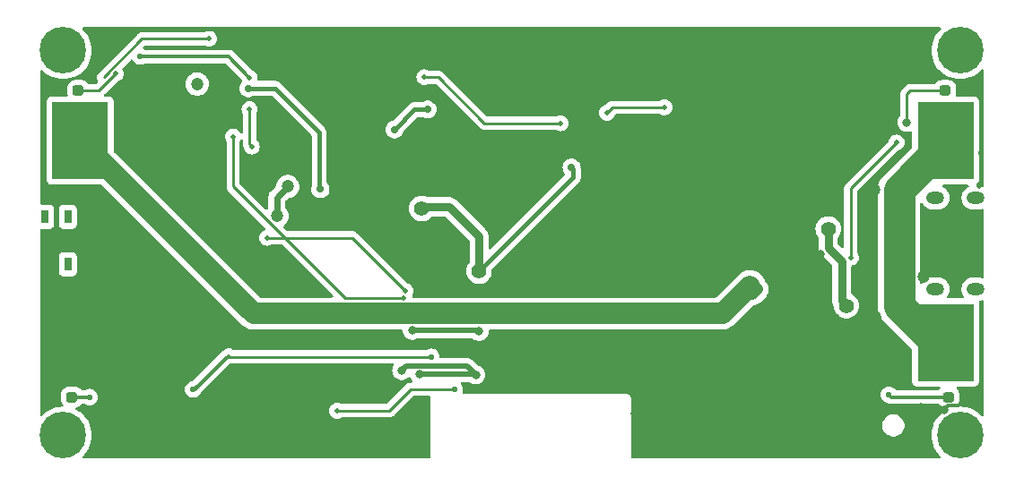
<source format=gbr>
%TF.GenerationSoftware,KiCad,Pcbnew,8.0.2*%
%TF.CreationDate,2024-07-08T12:14:40+08:00*%
%TF.ProjectId,bat_rf,6261745f-7266-42e6-9b69-6361645f7063,rev?*%
%TF.SameCoordinates,Original*%
%TF.FileFunction,Copper,L1,Top*%
%TF.FilePolarity,Positive*%
%FSLAX46Y46*%
G04 Gerber Fmt 4.6, Leading zero omitted, Abs format (unit mm)*
G04 Created by KiCad (PCBNEW 8.0.2) date 2024-07-08 12:14:40*
%MOMM*%
%LPD*%
G01*
G04 APERTURE LIST*
G04 Aperture macros list*
%AMRoundRect*
0 Rectangle with rounded corners*
0 $1 Rounding radius*
0 $2 $3 $4 $5 $6 $7 $8 $9 X,Y pos of 4 corners*
0 Add a 4 corners polygon primitive as box body*
4,1,4,$2,$3,$4,$5,$6,$7,$8,$9,$2,$3,0*
0 Add four circle primitives for the rounded corners*
1,1,$1+$1,$2,$3*
1,1,$1+$1,$4,$5*
1,1,$1+$1,$6,$7*
1,1,$1+$1,$8,$9*
0 Add four rect primitives between the rounded corners*
20,1,$1+$1,$2,$3,$4,$5,0*
20,1,$1+$1,$4,$5,$6,$7,0*
20,1,$1+$1,$6,$7,$8,$9,0*
20,1,$1+$1,$8,$9,$2,$3,0*%
G04 Aperture macros list end*
%TA.AperFunction,SMDPad,CuDef*%
%ADD10R,5.320000X7.350000*%
%TD*%
%TA.AperFunction,ComponentPad*%
%ADD11C,4.400000*%
%TD*%
%TA.AperFunction,SMDPad,CuDef*%
%ADD12RoundRect,0.237500X-0.287500X-0.237500X0.287500X-0.237500X0.287500X0.237500X-0.287500X0.237500X0*%
%TD*%
%TA.AperFunction,SMDPad,CuDef*%
%ADD13RoundRect,0.237500X0.287500X0.237500X-0.287500X0.237500X-0.287500X-0.237500X0.287500X-0.237500X0*%
%TD*%
%TA.AperFunction,SMDPad,CuDef*%
%ADD14R,0.700000X1.300000*%
%TD*%
%TA.AperFunction,ComponentPad*%
%ADD15O,1.700000X1.200000*%
%TD*%
%TA.AperFunction,ViaPad*%
%ADD16C,0.500000*%
%TD*%
%TA.AperFunction,ViaPad*%
%ADD17C,1.200000*%
%TD*%
%TA.AperFunction,ViaPad*%
%ADD18C,0.550000*%
%TD*%
%TA.AperFunction,ViaPad*%
%ADD19C,0.800000*%
%TD*%
%TA.AperFunction,ViaPad*%
%ADD20C,0.700000*%
%TD*%
%TA.AperFunction,ViaPad*%
%ADD21C,1.400000*%
%TD*%
%TA.AperFunction,Conductor*%
%ADD22C,0.250000*%
%TD*%
%TA.AperFunction,Conductor*%
%ADD23C,0.400000*%
%TD*%
%TA.AperFunction,Conductor*%
%ADD24C,0.800000*%
%TD*%
%TA.AperFunction,Conductor*%
%ADD25C,2.000000*%
%TD*%
%TA.AperFunction,Conductor*%
%ADD26C,1.200000*%
%TD*%
%TA.AperFunction,Conductor*%
%ADD27C,4.000000*%
%TD*%
%TA.AperFunction,Conductor*%
%ADD28C,0.300000*%
%TD*%
%TA.AperFunction,Conductor*%
%ADD29C,0.500000*%
%TD*%
%TA.AperFunction,Conductor*%
%ADD30C,0.600000*%
%TD*%
%TA.AperFunction,Conductor*%
%ADD31C,3.000000*%
%TD*%
G04 APERTURE END LIST*
D10*
%TO.P,BT1,4,-*%
%TO.N,GNDPWR*%
X68645000Y-98850000D03*
%TO.P,BT1,3,+*%
%TO.N,Net-(BT1-+-Pad3)*%
X150355000Y-98850000D03*
%TO.P,BT1,2,-*%
X150355000Y-79750000D03*
%TO.P,BT1,1,+*%
%TO.N,+BATT*%
X68645000Y-79750000D03*
%TD*%
D11*
%TO.P,H3,1*%
%TO.N,N/C*%
X67025000Y-107625000D03*
%TD*%
D12*
%TO.P,D13,1,K*%
%TO.N,GNDPWR*%
X66725000Y-75000000D03*
%TO.P,D13,2,A*%
%TO.N,Net-(D13-A)*%
X68475000Y-75000000D03*
%TD*%
D13*
%TO.P,D4,1,K*%
%TO.N,GNDPWR*%
X152375000Y-104000000D03*
%TO.P,D4,2,A*%
%TO.N,Net-(D4-A)*%
X150625000Y-104000000D03*
%TD*%
D12*
%TO.P,D3,1,K*%
%TO.N,GNDPWR*%
X66125000Y-104000000D03*
%TO.P,D3,2,A*%
%TO.N,Net-(D3-A)*%
X67875000Y-104000000D03*
%TD*%
D11*
%TO.P,H4,1*%
%TO.N,N/C*%
X67025000Y-71225000D03*
%TD*%
%TO.P,H1,1*%
%TO.N,N/C*%
X151725000Y-71225000D03*
%TD*%
D13*
%TO.P,D2,1,K*%
%TO.N,GNDPWR*%
X152075000Y-75000000D03*
%TO.P,D2,2,A*%
%TO.N,Net-(D2-A)*%
X150325000Y-75000000D03*
%TD*%
D14*
%TO.P,SW1,1,1*%
%TO.N,Net-(D1-K)*%
X67475000Y-86950000D03*
%TO.P,SW1,2,2*%
%TO.N,unconnected-(SW1-Pad2)*%
X67475000Y-91450000D03*
%TO.P,SW1,3,3*%
%TO.N,unconnected-(SW1-Pad3)*%
X65325000Y-86950000D03*
%TO.P,SW1,4,4*%
%TO.N,GNDPWR*%
X65325000Y-91450000D03*
%TD*%
D11*
%TO.P,H2,1*%
%TO.N,N/C*%
X151725000Y-107625000D03*
%TD*%
D15*
%TO.P,J1,13*%
%TO.N,N/C*%
X149400000Y-85160000D03*
%TO.P,J1,14*%
X149400000Y-93800000D03*
%TO.P,J1,15*%
X153200000Y-85160000D03*
%TO.P,J1,16*%
X153200000Y-93800000D03*
%TD*%
D16*
%TO.N,Net-(D1-K)*%
X67475000Y-86950000D03*
%TO.N,GNDPWR*%
X66725000Y-75000000D03*
D17*
%TO.N,+BATT*%
X66800000Y-81600000D03*
X68200000Y-82600000D03*
X68200000Y-81200000D03*
D16*
%TO.N,Net-(LED3-DI)*%
X80805000Y-70125000D03*
%TO.N,GNDPWR*%
X81238500Y-75200000D03*
D17*
%TO.N,+BATT*%
X69400000Y-82600000D03*
X69400000Y-81400000D03*
X69400000Y-80200000D03*
X66800000Y-82800000D03*
X70600000Y-82600000D03*
X70600000Y-81400000D03*
X70600000Y-80200000D03*
D18*
X131875000Y-93500000D03*
X132137162Y-94237838D03*
X132543750Y-93831250D03*
X131300000Y-93500000D03*
X131400000Y-94100000D03*
D19*
%TO.N,GNDPWR*%
X129000000Y-92500000D03*
D18*
X153675841Y-80900000D03*
X68645000Y-98850000D03*
D17*
X74900000Y-94800000D03*
X73900000Y-96700000D03*
X76100000Y-95100000D03*
D19*
X137832500Y-92332500D03*
X97500000Y-108900000D03*
X150207430Y-105207431D03*
D17*
X143600000Y-84400000D03*
X76000000Y-97400000D03*
X83900000Y-105100000D03*
D19*
X79500000Y-108500000D03*
X138500000Y-90500000D03*
X140182069Y-107090725D03*
X65549923Y-98250230D03*
X144000000Y-73000000D03*
D17*
X75200000Y-96100000D03*
D19*
X97200000Y-106500000D03*
D17*
X74800000Y-97600000D03*
D19*
X148000000Y-105000000D03*
D16*
X104226000Y-81200000D03*
D17*
X73900000Y-95500000D03*
X143700000Y-96400000D03*
D16*
X81526000Y-77900000D03*
D17*
X76600000Y-96300000D03*
D19*
X124500000Y-72000000D03*
X79500000Y-106500000D03*
X121373250Y-107600000D03*
X124500000Y-70000000D03*
X144000000Y-71000000D03*
X102200000Y-70100000D03*
X84500000Y-70000000D03*
X102500000Y-72000000D03*
X140000000Y-96500000D03*
X137500000Y-93500000D03*
D17*
X148256500Y-92600388D03*
D19*
X130500000Y-89500000D03*
X131500000Y-98700000D03*
D17*
%TO.N,Net-(U4-B)*%
X79700000Y-74400000D03*
D19*
%TO.N,GNDPWR*%
X121000000Y-105600000D03*
X140500000Y-109000000D03*
D18*
X85000000Y-72000000D03*
D17*
X94426000Y-77800000D03*
D19*
X137500000Y-95000000D03*
D20*
%TO.N,+5V*%
X84500442Y-74804293D03*
X91326000Y-84350000D03*
D19*
%TO.N,GNDD*%
X100650584Y-101831498D03*
X99000000Y-101500000D03*
X106300000Y-97800000D03*
X100000000Y-97700000D03*
D21*
X106300000Y-92100000D03*
D17*
X87208690Y-86891565D03*
D16*
X118400000Y-77100000D03*
D19*
X106000000Y-101900000D03*
D16*
X123800000Y-76600000D03*
D20*
X115035000Y-82300000D03*
D21*
X100879426Y-86161574D03*
D17*
X88226000Y-84100000D03*
D20*
%TO.N,+3V3*%
X98326000Y-78700000D03*
X101426000Y-76800000D03*
D21*
%TO.N,Net-(U2-LX)*%
X140974500Y-95362500D03*
X139275000Y-88100000D03*
D16*
%TO.N,/KEY*%
X99375049Y-93992537D03*
X86282542Y-88934619D03*
D19*
%TO.N,Net-(D2-A)*%
X146700000Y-78025000D03*
D16*
%TO.N,Net-(D13-A)*%
X72000000Y-73412500D03*
%TO.N,/POWER_EN*%
X99134752Y-94650000D03*
X83086439Y-79360439D03*
%TO.N,Net-(U2-LED)*%
X145725000Y-79937500D03*
X141400000Y-90800000D03*
D18*
%TO.N,/GREEN*%
X79300000Y-103300000D03*
X101800000Y-100200000D03*
%TO.N,Net-(D3-A)*%
X69500000Y-104000000D03*
%TO.N,Net-(D4-A)*%
X145000000Y-103800000D03*
D16*
%TO.N,/BLUE*%
X101150000Y-73750000D03*
X114000000Y-78100000D03*
X84647449Y-73799999D03*
D18*
X74300000Y-71800000D03*
%TO.N,/BEEP*%
X104000000Y-103278772D03*
D16*
X92912500Y-105300000D03*
%TO.N,Net-(U3-EN)*%
X84826000Y-80302000D03*
X84626000Y-76787500D03*
%TD*%
D22*
%TO.N,/BLUE*%
X114000000Y-78100000D02*
X106813500Y-78100000D01*
X102463500Y-73750000D02*
X101150000Y-73750000D01*
D23*
%TO.N,+5V*%
X87026442Y-74804293D02*
X84500442Y-74804293D01*
X91200000Y-84224000D02*
X91200000Y-78977851D01*
X91326000Y-84350000D02*
X91200000Y-84224000D01*
X91200000Y-78977851D02*
X87026442Y-74804293D01*
D22*
%TO.N,Net-(LED3-DI)*%
X74474327Y-70125000D02*
X80805000Y-70125000D01*
X70849327Y-73750000D02*
X74474327Y-70125000D01*
%TO.N,/POWER_EN*%
X93658978Y-94650000D02*
X99134752Y-94650000D01*
X93504489Y-94495511D02*
X93658978Y-94650000D01*
%TO.N,GNDPWR*%
X81526000Y-75487500D02*
X81238500Y-75200000D01*
X81526000Y-77900000D02*
X81526000Y-75487500D01*
D24*
%TO.N,GNDD*%
X101026000Y-86015000D02*
X100879426Y-86161574D01*
X103515000Y-86015000D02*
X101026000Y-86015000D01*
D25*
%TO.N,+BATT*%
X84995000Y-96100000D02*
X68645000Y-79750000D01*
X90200000Y-96100000D02*
X84995000Y-96100000D01*
D22*
%TO.N,Net-(U3-EN)*%
X84626000Y-80102000D02*
X84826000Y-80302000D01*
X84626000Y-76787500D02*
X84626000Y-80102000D01*
D26*
%TO.N,+BATT*%
X132543750Y-93831250D02*
X132375000Y-94000000D01*
D25*
X129275000Y-96100000D02*
X90200000Y-96100000D01*
D26*
X132375000Y-94000000D02*
X132275000Y-93900000D01*
D25*
X129275000Y-96100000D02*
X131875000Y-93500000D01*
D26*
X132543750Y-93831250D02*
X132137162Y-94237838D01*
D25*
X90200000Y-96100000D02*
X88300000Y-96100000D01*
D26*
X132375000Y-94000000D02*
X131875000Y-93500000D01*
D27*
%TO.N,GNDPWR*%
X67845000Y-97250000D02*
X74050000Y-97250000D01*
D28*
X152375000Y-104000000D02*
X151550000Y-104825000D01*
D29*
X68470000Y-99025000D02*
X68470000Y-98030000D01*
X68470000Y-99025000D02*
X70025000Y-99025000D01*
D28*
X150589861Y-104825000D02*
X150207430Y-105207431D01*
D29*
X68470000Y-99025000D02*
X70709582Y-99025000D01*
D27*
X74050000Y-97250000D02*
X75200000Y-96100000D01*
D28*
X66125000Y-104000000D02*
X66125000Y-103875000D01*
X151550000Y-104825000D02*
X150589861Y-104825000D01*
D29*
X153524998Y-84075002D02*
X153525000Y-84075000D01*
D23*
%TO.N,GNDD*%
X115200000Y-83200000D02*
X106300000Y-92100000D01*
D29*
X100000000Y-97700000D02*
X106200000Y-97700000D01*
D23*
X115035000Y-82300000D02*
X115200000Y-82465000D01*
D24*
X106300000Y-88800000D02*
X103515000Y-86015000D01*
D29*
X99400000Y-101100000D02*
X99000000Y-101500000D01*
X105200000Y-101100000D02*
X99400000Y-101100000D01*
D22*
X123800000Y-76600000D02*
X118900000Y-76600000D01*
D30*
X87208690Y-86891565D02*
X87208690Y-85117310D01*
D29*
X105931498Y-101831498D02*
X100650584Y-101831498D01*
X106200000Y-97700000D02*
X106300000Y-97800000D01*
D24*
X106300000Y-92100000D02*
X106300000Y-88800000D01*
D29*
X106000000Y-101900000D02*
X105931498Y-101831498D01*
X105200000Y-101100000D02*
X106000000Y-101900000D01*
D22*
X118900000Y-76600000D02*
X118400000Y-77100000D01*
D23*
X115200000Y-82465000D02*
X115200000Y-83200000D01*
D30*
X87208690Y-85117310D02*
X88226000Y-84100000D01*
D23*
%TO.N,+3V3*%
X101426000Y-76800000D02*
X100226000Y-76800000D01*
X100226000Y-76800000D02*
X98326000Y-78700000D01*
D24*
%TO.N,Net-(U2-LX)*%
X140550000Y-91135786D02*
X140550000Y-94938000D01*
X139275000Y-88100000D02*
X139275000Y-89860786D01*
X139275000Y-89860786D02*
X140550000Y-91135786D01*
X140550000Y-94938000D02*
X140974500Y-95362500D01*
D22*
%TO.N,/KEY*%
X86282542Y-88934619D02*
X94317131Y-88934619D01*
X94317131Y-88934619D02*
X99375049Y-93992537D01*
%TO.N,Net-(D2-A)*%
X147025000Y-75000000D02*
X150325000Y-75000000D01*
X146700000Y-75325000D02*
X147025000Y-75000000D01*
X146700000Y-78025000D02*
X146700000Y-75325000D01*
%TO.N,Net-(D13-A)*%
X68475000Y-75000000D02*
X70412500Y-75000000D01*
X70412500Y-75000000D02*
X72000000Y-73412500D01*
%TO.N,/POWER_EN*%
X83086439Y-79360439D02*
X83086439Y-84077462D01*
X83086439Y-84077462D02*
X93658977Y-94650000D01*
%TO.N,Net-(U2-LED)*%
X141400000Y-90800000D02*
X141400000Y-84262500D01*
X141400000Y-84262500D02*
X145725000Y-79937500D01*
%TO.N,/GREEN*%
X79400000Y-103300000D02*
X82674265Y-100025735D01*
X79300000Y-103300000D02*
X79400000Y-103300000D01*
X82400000Y-100200000D02*
X79300000Y-103300000D01*
X101800000Y-100200000D02*
X82400000Y-100200000D01*
D28*
%TO.N,Net-(D3-A)*%
X67875000Y-104000000D02*
X69500000Y-104000000D01*
%TO.N,Net-(D4-A)*%
X145200000Y-104000000D02*
X145000000Y-103800000D01*
X150625000Y-104000000D02*
X145200000Y-104000000D01*
%TO.N,/BLUE*%
X84647449Y-73799999D02*
X82647450Y-71800000D01*
X74300000Y-71800000D02*
X82647450Y-71800000D01*
D22*
X106813500Y-78100000D02*
X102463500Y-73750000D01*
%TO.N,/BEEP*%
X99821228Y-103278772D02*
X104000000Y-103278772D01*
X97800000Y-105300000D02*
X99821228Y-103278772D01*
X92912500Y-105300000D02*
X97800000Y-105300000D01*
D31*
%TO.N,Net-(BT1-+-Pad3)*%
X145956500Y-84418500D02*
X150425000Y-79950000D01*
X149592283Y-99050000D02*
X145956500Y-95414217D01*
X145956500Y-95414217D02*
X145956500Y-84418500D01*
D25*
X150180000Y-99025000D02*
X146456500Y-95301500D01*
X146456500Y-95301500D02*
X146456500Y-83648500D01*
X146456500Y-83648500D02*
X150180000Y-79925000D01*
D31*
X150425000Y-99050000D02*
X149592283Y-99050000D01*
%TD*%
%TA.AperFunction,Conductor*%
%TO.N,GNDPWR*%
G36*
X149873092Y-69045185D02*
G01*
X149918847Y-69097989D01*
X149928791Y-69167147D01*
X149899766Y-69230703D01*
X149893734Y-69237181D01*
X149699954Y-69430960D01*
X149498473Y-69688131D01*
X149329454Y-69967723D01*
X149329453Y-69967725D01*
X149280752Y-70075933D01*
X149202171Y-70250536D01*
X149195372Y-70265642D01*
X149195366Y-70265657D01*
X149098178Y-70577547D01*
X149039289Y-70898900D01*
X149019564Y-71225000D01*
X149039289Y-71551099D01*
X149098178Y-71872452D01*
X149195366Y-72184342D01*
X149195370Y-72184354D01*
X149195373Y-72184361D01*
X149329455Y-72482279D01*
X149388776Y-72580407D01*
X149498473Y-72761868D01*
X149699954Y-73019039D01*
X149930960Y-73250045D01*
X150188131Y-73451526D01*
X150188134Y-73451528D01*
X150188137Y-73451530D01*
X150467721Y-73620545D01*
X150765639Y-73754627D01*
X150765652Y-73754631D01*
X150765657Y-73754633D01*
X151077547Y-73851821D01*
X151398896Y-73910710D01*
X151725000Y-73930436D01*
X152051104Y-73910710D01*
X152372453Y-73851821D01*
X152684361Y-73754627D01*
X152982279Y-73620545D01*
X153261863Y-73451530D01*
X153519036Y-73250048D01*
X153620547Y-73148537D01*
X153738660Y-73030425D01*
X153799983Y-72996940D01*
X153869675Y-73001924D01*
X153925608Y-73043796D01*
X153950025Y-73109260D01*
X153950341Y-73118106D01*
X153950341Y-83994765D01*
X153930656Y-84061804D01*
X153877852Y-84107559D01*
X153808694Y-84117503D01*
X153788024Y-84112696D01*
X153707702Y-84086598D01*
X153707698Y-84086597D01*
X153576271Y-84065781D01*
X153536611Y-84059500D01*
X153375140Y-84059500D01*
X153308101Y-84039815D01*
X153262346Y-83987011D01*
X153252402Y-83917853D01*
X153281427Y-83854297D01*
X153300829Y-83836234D01*
X153358091Y-83793367D01*
X153372546Y-83782546D01*
X153458796Y-83667331D01*
X153509091Y-83532483D01*
X153515500Y-83472873D01*
X153515499Y-76027128D01*
X153509091Y-75967517D01*
X153491199Y-75919547D01*
X153458797Y-75832671D01*
X153458793Y-75832664D01*
X153372547Y-75717455D01*
X153372544Y-75717452D01*
X153257335Y-75631206D01*
X153257328Y-75631202D01*
X153122482Y-75580908D01*
X153122483Y-75580908D01*
X153062883Y-75574501D01*
X153062881Y-75574500D01*
X153062873Y-75574500D01*
X153062865Y-75574500D01*
X151450012Y-75574500D01*
X151382973Y-75554815D01*
X151337218Y-75502011D01*
X151327274Y-75432853D01*
X151332306Y-75411496D01*
X151340174Y-75387753D01*
X151350500Y-75286677D01*
X151350499Y-74713324D01*
X151340174Y-74612247D01*
X151285908Y-74448484D01*
X151195340Y-74301650D01*
X151073350Y-74179660D01*
X150926516Y-74089092D01*
X150762753Y-74034826D01*
X150762751Y-74034825D01*
X150661678Y-74024500D01*
X149988330Y-74024500D01*
X149988312Y-74024501D01*
X149887247Y-74034825D01*
X149723484Y-74089092D01*
X149723481Y-74089093D01*
X149576648Y-74179661D01*
X149454660Y-74301649D01*
X149454659Y-74301651D01*
X149446058Y-74315596D01*
X149394110Y-74362321D01*
X149340519Y-74374500D01*
X146963388Y-74374500D01*
X146842555Y-74398535D01*
X146842547Y-74398537D01*
X146728716Y-74445687D01*
X146639579Y-74505246D01*
X146639580Y-74505247D01*
X146626262Y-74514145D01*
X146626260Y-74514147D01*
X146341162Y-74799247D01*
X146301269Y-74839140D01*
X146301267Y-74839142D01*
X146257703Y-74882705D01*
X146214140Y-74926268D01*
X146182808Y-74973162D01*
X146182806Y-74973165D01*
X146145690Y-75028710D01*
X146145688Y-75028714D01*
X146132065Y-75061605D01*
X146132064Y-75061607D01*
X146098538Y-75142545D01*
X146098535Y-75142555D01*
X146074500Y-75263389D01*
X146074500Y-77326312D01*
X146054815Y-77393351D01*
X146042650Y-77409284D01*
X145967466Y-77492784D01*
X145872821Y-77656715D01*
X145872818Y-77656722D01*
X145814327Y-77836740D01*
X145814326Y-77836744D01*
X145794540Y-78025000D01*
X145814326Y-78213256D01*
X145814327Y-78213259D01*
X145872818Y-78393277D01*
X145872821Y-78393284D01*
X145967467Y-78557216D01*
X146078007Y-78679983D01*
X146094129Y-78697888D01*
X146247265Y-78809148D01*
X146247270Y-78809151D01*
X146420192Y-78886142D01*
X146420197Y-78886144D01*
X146605354Y-78925500D01*
X146605355Y-78925500D01*
X146794644Y-78925500D01*
X146794646Y-78925500D01*
X146979803Y-78886144D01*
X146998528Y-78877807D01*
X147020064Y-78868219D01*
X147089314Y-78858934D01*
X147152591Y-78888562D01*
X147189804Y-78947697D01*
X147194500Y-78981498D01*
X147194500Y-80300003D01*
X147174815Y-80367042D01*
X147158181Y-80387684D01*
X144449221Y-83096643D01*
X144449215Y-83096650D01*
X144370489Y-83199249D01*
X144289582Y-83304688D01*
X144289572Y-83304703D01*
X144231340Y-83405565D01*
X144158458Y-83531799D01*
X144158454Y-83531809D01*
X144058102Y-83774080D01*
X143990228Y-84027387D01*
X143975526Y-84139067D01*
X143975526Y-84139068D01*
X143956000Y-84287372D01*
X143956000Y-95545344D01*
X143966510Y-95625166D01*
X143966510Y-95625167D01*
X143989268Y-95798038D01*
X143990229Y-95805333D01*
X144037543Y-95981908D01*
X144041637Y-95997189D01*
X144058103Y-96058638D01*
X144058105Y-96058645D01*
X144158453Y-96300907D01*
X144158458Y-96300917D01*
X144289575Y-96528019D01*
X144333173Y-96584838D01*
X144333178Y-96584843D01*
X144449215Y-96736066D01*
X144449221Y-96736073D01*
X147158181Y-99445032D01*
X147191666Y-99506355D01*
X147194500Y-99532713D01*
X147194500Y-102572870D01*
X147194501Y-102572876D01*
X147200908Y-102632483D01*
X147251202Y-102767328D01*
X147251206Y-102767335D01*
X147337452Y-102882544D01*
X147337455Y-102882547D01*
X147452664Y-102968793D01*
X147452671Y-102968797D01*
X147587517Y-103019091D01*
X147587516Y-103019091D01*
X147592186Y-103019593D01*
X147647127Y-103025500D01*
X149731448Y-103025499D01*
X149798487Y-103045184D01*
X149844242Y-103097987D01*
X149854186Y-103167146D01*
X149825161Y-103230702D01*
X149819130Y-103237180D01*
X149754652Y-103301658D01*
X149754055Y-103302414D01*
X149753513Y-103302797D01*
X149749554Y-103306757D01*
X149748877Y-103306080D01*
X149697032Y-103342789D01*
X149656792Y-103349500D01*
X145697585Y-103349500D01*
X145630546Y-103329815D01*
X145609904Y-103313181D01*
X145486576Y-103189853D01*
X145385512Y-103126351D01*
X145338606Y-103096878D01*
X145338605Y-103096877D01*
X145338604Y-103096877D01*
X145173658Y-103039159D01*
X145173648Y-103039157D01*
X145000004Y-103019593D01*
X144999996Y-103019593D01*
X144826351Y-103039157D01*
X144826341Y-103039159D01*
X144661395Y-103096877D01*
X144513423Y-103189853D01*
X144389853Y-103313423D01*
X144296877Y-103461395D01*
X144239159Y-103626341D01*
X144239157Y-103626351D01*
X144219593Y-103799996D01*
X144219593Y-103800003D01*
X144239157Y-103973648D01*
X144239159Y-103973658D01*
X144277397Y-104082934D01*
X144296878Y-104138606D01*
X144389853Y-104286576D01*
X144513424Y-104410147D01*
X144661394Y-104503122D01*
X144799700Y-104551518D01*
X144826343Y-104560841D01*
X144848723Y-104563363D01*
X144885914Y-104574928D01*
X144886244Y-104574133D01*
X144891871Y-104576463D01*
X144891873Y-104576465D01*
X145010256Y-104625501D01*
X145010260Y-104625501D01*
X145010261Y-104625502D01*
X145135928Y-104650500D01*
X145135931Y-104650500D01*
X149656792Y-104650500D01*
X149723831Y-104670185D01*
X149749415Y-104693380D01*
X149749553Y-104693243D01*
X149752352Y-104696042D01*
X149754055Y-104697586D01*
X149754655Y-104698345D01*
X149754660Y-104698350D01*
X149876650Y-104820340D01*
X150023484Y-104910908D01*
X150187247Y-104965174D01*
X150288323Y-104975500D01*
X150454335Y-104975499D01*
X150521373Y-104995183D01*
X150567128Y-105047987D01*
X150577072Y-105117145D01*
X150548047Y-105180701D01*
X150505227Y-105212574D01*
X150467728Y-105229451D01*
X150467723Y-105229454D01*
X150188131Y-105398473D01*
X149930960Y-105599954D01*
X149699954Y-105830960D01*
X149498473Y-106088131D01*
X149371708Y-106297825D01*
X149329455Y-106367721D01*
X149226477Y-106596530D01*
X149195372Y-106665642D01*
X149195366Y-106665657D01*
X149098178Y-106977547D01*
X149039289Y-107298900D01*
X149019564Y-107625000D01*
X149039289Y-107951099D01*
X149098178Y-108272452D01*
X149195366Y-108584342D01*
X149195370Y-108584354D01*
X149195373Y-108584361D01*
X149329455Y-108882279D01*
X149486118Y-109141431D01*
X149498473Y-109161868D01*
X149699954Y-109419039D01*
X149893818Y-109612903D01*
X149927303Y-109674226D01*
X149922319Y-109743918D01*
X149880447Y-109799851D01*
X149814983Y-109824268D01*
X149806143Y-109824584D01*
X120774559Y-109826095D01*
X120707519Y-109806414D01*
X120661761Y-109753612D01*
X120650553Y-109702312D01*
X120650543Y-109696874D01*
X120645118Y-106596530D01*
X144379500Y-106596530D01*
X144379500Y-106803469D01*
X144419868Y-107006412D01*
X144419870Y-107006420D01*
X144499058Y-107197596D01*
X144614024Y-107369657D01*
X144760342Y-107515975D01*
X144760345Y-107515977D01*
X144932402Y-107630941D01*
X145123580Y-107710130D01*
X145326530Y-107750499D01*
X145326534Y-107750500D01*
X145326535Y-107750500D01*
X145533466Y-107750500D01*
X145533467Y-107750499D01*
X145736420Y-107710130D01*
X145927598Y-107630941D01*
X146099655Y-107515977D01*
X146245977Y-107369655D01*
X146360941Y-107197598D01*
X146440130Y-107006420D01*
X146480500Y-106803465D01*
X146480500Y-106596535D01*
X146440130Y-106393580D01*
X146360941Y-106202402D01*
X146245977Y-106030345D01*
X146245975Y-106030342D01*
X146099657Y-105884024D01*
X145972308Y-105798933D01*
X145927598Y-105769059D01*
X145878534Y-105748736D01*
X145736420Y-105689870D01*
X145736412Y-105689868D01*
X145533469Y-105649500D01*
X145533465Y-105649500D01*
X145326535Y-105649500D01*
X145326530Y-105649500D01*
X145123587Y-105689868D01*
X145123579Y-105689870D01*
X144932403Y-105769058D01*
X144760342Y-105884024D01*
X144614024Y-106030342D01*
X144499058Y-106202403D01*
X144419870Y-106393579D01*
X144419868Y-106393587D01*
X144379500Y-106596530D01*
X120645118Y-106596530D01*
X120640720Y-104082934D01*
X120640716Y-104037243D01*
X120640714Y-104037238D01*
X120640640Y-104036668D01*
X120628690Y-103992382D01*
X120628637Y-103992187D01*
X120628637Y-103992186D01*
X120616819Y-103948102D01*
X120616817Y-103948099D01*
X120616817Y-103948097D01*
X120616599Y-103947575D01*
X120616598Y-103947568D01*
X120612553Y-103940591D01*
X120593471Y-103907673D01*
X120593368Y-103907495D01*
X120593143Y-103907106D01*
X120570665Y-103868183D01*
X120570664Y-103868182D01*
X120570663Y-103868180D01*
X120570568Y-103868056D01*
X120570449Y-103867902D01*
X120570316Y-103867729D01*
X120570314Y-103867727D01*
X120570313Y-103867725D01*
X120538001Y-103835526D01*
X120537906Y-103835430D01*
X120505404Y-103802935D01*
X120505203Y-103802781D01*
X120504950Y-103802587D01*
X120504942Y-103802582D01*
X120465339Y-103779809D01*
X120465366Y-103779761D01*
X120465162Y-103779707D01*
X120425467Y-103756794D01*
X120425289Y-103756721D01*
X120425100Y-103756643D01*
X120424946Y-103756579D01*
X120380754Y-103744821D01*
X120380576Y-103744712D01*
X120380561Y-103744769D01*
X120336315Y-103732919D01*
X120336090Y-103732890D01*
X120335955Y-103732873D01*
X120335758Y-103732847D01*
X120335752Y-103732847D01*
X120289714Y-103732927D01*
X120289513Y-103732927D01*
X104836848Y-103734688D01*
X104769806Y-103715011D01*
X104724046Y-103662212D01*
X104714094Y-103593055D01*
X104719789Y-103569744D01*
X104760841Y-103452429D01*
X104761621Y-103445498D01*
X104780407Y-103278775D01*
X104780407Y-103278768D01*
X104760842Y-103105123D01*
X104760841Y-103105121D01*
X104760841Y-103105115D01*
X104703122Y-102940166D01*
X104610147Y-102792196D01*
X104610146Y-102792195D01*
X104605806Y-102786753D01*
X104607228Y-102785618D01*
X104578145Y-102732356D01*
X104583129Y-102662664D01*
X104625001Y-102606731D01*
X104690465Y-102582314D01*
X104699311Y-102581998D01*
X105366378Y-102581998D01*
X105433417Y-102601683D01*
X105439263Y-102605680D01*
X105547265Y-102684148D01*
X105547270Y-102684151D01*
X105720192Y-102761142D01*
X105720197Y-102761144D01*
X105905354Y-102800500D01*
X105905355Y-102800500D01*
X106094644Y-102800500D01*
X106094646Y-102800500D01*
X106279803Y-102761144D01*
X106452730Y-102684151D01*
X106605871Y-102572888D01*
X106732533Y-102432216D01*
X106827179Y-102268284D01*
X106885674Y-102088256D01*
X106905460Y-101900000D01*
X106885674Y-101711744D01*
X106827179Y-101531716D01*
X106732533Y-101367784D01*
X106605871Y-101227112D01*
X106605870Y-101227111D01*
X106452734Y-101115851D01*
X106452729Y-101115848D01*
X106279807Y-101038857D01*
X106279803Y-101038856D01*
X106214669Y-101025011D01*
X106153188Y-100991818D01*
X106152770Y-100991402D01*
X105678421Y-100517052D01*
X105678414Y-100517046D01*
X105604729Y-100467812D01*
X105604729Y-100467813D01*
X105555491Y-100434913D01*
X105418917Y-100378343D01*
X105418907Y-100378340D01*
X105273920Y-100349500D01*
X105273918Y-100349500D01*
X102702318Y-100349500D01*
X102635279Y-100329815D01*
X102589524Y-100277011D01*
X102579098Y-100211614D01*
X102580407Y-100199998D01*
X102580407Y-100199996D01*
X102560842Y-100026351D01*
X102560841Y-100026349D01*
X102560841Y-100026343D01*
X102503122Y-99861394D01*
X102410147Y-99713424D01*
X102286576Y-99589853D01*
X102138606Y-99496878D01*
X102138605Y-99496877D01*
X102138604Y-99496877D01*
X101973658Y-99439159D01*
X101973648Y-99439157D01*
X101800004Y-99419593D01*
X101799996Y-99419593D01*
X101626351Y-99439157D01*
X101626341Y-99439159D01*
X101461395Y-99496877D01*
X101446311Y-99506355D01*
X101368105Y-99555494D01*
X101302135Y-99574500D01*
X83158982Y-99574500D01*
X83091943Y-99554815D01*
X83077900Y-99543499D01*
X83077703Y-99543740D01*
X83073003Y-99539883D01*
X83072998Y-99539878D01*
X83022829Y-99506355D01*
X82970555Y-99471425D01*
X82970546Y-99471420D01*
X82856726Y-99424275D01*
X82856709Y-99424270D01*
X82735876Y-99400235D01*
X82735872Y-99400235D01*
X82612658Y-99400235D01*
X82612653Y-99400235D01*
X82491822Y-99424270D01*
X82491818Y-99424271D01*
X82491814Y-99424272D01*
X82377980Y-99471423D01*
X82377978Y-99471424D01*
X82275535Y-99539876D01*
X82275526Y-99539883D01*
X82233835Y-99581573D01*
X82193621Y-99608446D01*
X82184218Y-99612342D01*
X82184206Y-99612347D01*
X82103716Y-99645686D01*
X82103705Y-99645692D01*
X82001272Y-99714138D01*
X82001264Y-99714144D01*
X81914139Y-99801270D01*
X79213268Y-102502140D01*
X79151945Y-102535625D01*
X79139477Y-102537679D01*
X79126343Y-102539159D01*
X79126338Y-102539160D01*
X78961395Y-102596877D01*
X78813423Y-102689853D01*
X78689853Y-102813423D01*
X78596877Y-102961395D01*
X78539159Y-103126341D01*
X78539157Y-103126351D01*
X78519593Y-103299996D01*
X78519593Y-103300003D01*
X78539157Y-103473648D01*
X78539159Y-103473658D01*
X78596877Y-103638604D01*
X78596878Y-103638606D01*
X78689853Y-103786576D01*
X78813424Y-103910147D01*
X78961394Y-104003122D01*
X79126343Y-104060841D01*
X79126349Y-104060841D01*
X79126351Y-104060842D01*
X79299996Y-104080407D01*
X79300000Y-104080407D01*
X79300004Y-104080407D01*
X79473648Y-104060842D01*
X79473647Y-104060842D01*
X79473657Y-104060841D01*
X79638606Y-104003122D01*
X79786576Y-103910147D01*
X79910147Y-103786576D01*
X80003122Y-103638606D01*
X80024530Y-103577424D01*
X80053888Y-103530700D01*
X82722771Y-100861819D01*
X82784094Y-100828334D01*
X82810452Y-100825500D01*
X98134840Y-100825500D01*
X98201879Y-100845185D01*
X98247634Y-100897989D01*
X98257578Y-100967147D01*
X98242228Y-101011499D01*
X98172820Y-101131718D01*
X98172818Y-101131722D01*
X98114327Y-101311740D01*
X98114326Y-101311744D01*
X98094540Y-101500000D01*
X98114326Y-101688256D01*
X98114327Y-101688259D01*
X98172818Y-101868277D01*
X98172821Y-101868284D01*
X98267467Y-102032216D01*
X98384349Y-102162026D01*
X98394129Y-102172888D01*
X98547265Y-102284148D01*
X98547270Y-102284151D01*
X98720192Y-102361142D01*
X98720197Y-102361144D01*
X98905354Y-102400500D01*
X98905355Y-102400500D01*
X99094644Y-102400500D01*
X99094646Y-102400500D01*
X99279803Y-102361144D01*
X99452730Y-102284151D01*
X99605871Y-102172888D01*
X99615651Y-102162025D01*
X99675137Y-102125377D01*
X99744994Y-102126707D01*
X99803043Y-102165594D01*
X99821077Y-102194554D01*
X99823404Y-102199780D01*
X99823405Y-102199782D01*
X99918051Y-102363714D01*
X99979729Y-102432214D01*
X99992412Y-102446300D01*
X100022642Y-102509291D01*
X100014017Y-102578627D01*
X99969275Y-102632292D01*
X99902623Y-102653250D01*
X99900262Y-102653272D01*
X99759617Y-102653272D01*
X99699199Y-102665290D01*
X99638776Y-102677309D01*
X99638774Y-102677309D01*
X99638773Y-102677310D01*
X99638771Y-102677310D01*
X99614645Y-102687304D01*
X99524946Y-102724457D01*
X99524942Y-102724459D01*
X99493172Y-102745689D01*
X99493170Y-102745690D01*
X99422496Y-102792912D01*
X99378933Y-102836475D01*
X99335370Y-102880039D01*
X99335367Y-102880042D01*
X97577229Y-104638181D01*
X97515906Y-104671666D01*
X97489548Y-104674500D01*
X93363376Y-104674500D01*
X93297404Y-104655494D01*
X93240192Y-104619545D01*
X93240191Y-104619544D01*
X93240190Y-104619544D01*
X93201870Y-104606135D01*
X93080556Y-104563685D01*
X92912503Y-104544751D01*
X92912497Y-104544751D01*
X92744443Y-104563685D01*
X92584805Y-104619545D01*
X92584802Y-104619547D01*
X92441615Y-104709518D01*
X92441609Y-104709523D01*
X92322023Y-104829109D01*
X92322018Y-104829115D01*
X92232047Y-104972302D01*
X92232045Y-104972305D01*
X92176185Y-105131943D01*
X92157251Y-105299997D01*
X92157251Y-105300002D01*
X92176185Y-105468056D01*
X92232045Y-105627694D01*
X92232047Y-105627697D01*
X92322018Y-105770884D01*
X92322023Y-105770890D01*
X92441609Y-105890476D01*
X92441615Y-105890481D01*
X92584802Y-105980452D01*
X92584805Y-105980454D01*
X92584809Y-105980455D01*
X92584810Y-105980456D01*
X92629801Y-105996199D01*
X92744443Y-106036314D01*
X92912497Y-106055249D01*
X92912500Y-106055249D01*
X92912503Y-106055249D01*
X93080556Y-106036314D01*
X93080559Y-106036313D01*
X93240190Y-105980456D01*
X93297404Y-105944505D01*
X93363376Y-105925500D01*
X97861607Y-105925500D01*
X97922029Y-105913481D01*
X97982452Y-105901463D01*
X98024556Y-105884023D01*
X98096286Y-105854312D01*
X98147509Y-105820084D01*
X98198733Y-105785858D01*
X98285858Y-105698733D01*
X98285859Y-105698731D01*
X98292925Y-105691665D01*
X98292927Y-105691661D01*
X100043999Y-103940591D01*
X100105322Y-103907106D01*
X100131680Y-103904272D01*
X101601799Y-103904272D01*
X101668838Y-103923957D01*
X101714593Y-103976761D01*
X101722592Y-104030805D01*
X101725579Y-104030829D01*
X101725577Y-104031087D01*
X101725423Y-104033331D01*
X101725428Y-104084665D01*
X101725428Y-104084994D01*
X101711069Y-109696874D01*
X101691213Y-109763863D01*
X101638292Y-109809483D01*
X101587083Y-109820557D01*
X68944234Y-109824226D01*
X68877192Y-109804549D01*
X68831431Y-109751750D01*
X68821480Y-109682593D01*
X68850498Y-109619034D01*
X68856539Y-109612545D01*
X69050045Y-109419039D01*
X69050048Y-109419036D01*
X69251530Y-109161863D01*
X69420545Y-108882279D01*
X69554627Y-108584361D01*
X69651821Y-108272453D01*
X69710710Y-107951104D01*
X69730436Y-107625000D01*
X69710710Y-107298896D01*
X69651821Y-106977547D01*
X69554633Y-106665657D01*
X69554631Y-106665652D01*
X69554627Y-106665639D01*
X69420545Y-106367721D01*
X69251530Y-106088137D01*
X69251528Y-106088134D01*
X69251526Y-106088131D01*
X69050045Y-105830960D01*
X68819039Y-105599954D01*
X68561868Y-105398473D01*
X68554306Y-105393901D01*
X68282279Y-105229455D01*
X68282275Y-105229453D01*
X68282274Y-105229452D01*
X68230404Y-105206108D01*
X68177349Y-105160643D01*
X68157297Y-105093713D01*
X68176613Y-105026566D01*
X68229165Y-104980522D01*
X68268691Y-104969674D01*
X68312753Y-104965174D01*
X68476516Y-104910908D01*
X68623350Y-104820340D01*
X68745340Y-104698350D01*
X68745341Y-104698347D01*
X68745344Y-104698345D01*
X68745945Y-104697586D01*
X68746489Y-104697200D01*
X68750447Y-104693243D01*
X68751123Y-104693919D01*
X68802968Y-104657211D01*
X68843208Y-104650500D01*
X69041922Y-104650500D01*
X69107894Y-104669506D01*
X69161394Y-104703122D01*
X69326343Y-104760841D01*
X69326349Y-104760841D01*
X69326351Y-104760842D01*
X69499996Y-104780407D01*
X69500000Y-104780407D01*
X69500004Y-104780407D01*
X69673648Y-104760842D01*
X69673647Y-104760842D01*
X69673657Y-104760841D01*
X69838606Y-104703122D01*
X69986576Y-104610147D01*
X70110147Y-104486576D01*
X70203122Y-104338606D01*
X70260841Y-104173657D01*
X70276020Y-104038941D01*
X70280407Y-104000003D01*
X70280407Y-103999996D01*
X70260842Y-103826351D01*
X70260841Y-103826349D01*
X70260841Y-103826343D01*
X70203122Y-103661394D01*
X70110147Y-103513424D01*
X69986576Y-103389853D01*
X69838606Y-103296878D01*
X69838605Y-103296877D01*
X69838604Y-103296877D01*
X69673658Y-103239159D01*
X69673648Y-103239157D01*
X69500004Y-103219593D01*
X69499996Y-103219593D01*
X69326351Y-103239157D01*
X69326341Y-103239159D01*
X69161395Y-103296877D01*
X69161391Y-103296879D01*
X69107894Y-103330494D01*
X69041922Y-103349500D01*
X68843208Y-103349500D01*
X68776169Y-103329815D01*
X68750584Y-103306619D01*
X68750447Y-103306757D01*
X68747647Y-103303957D01*
X68745945Y-103302414D01*
X68745344Y-103301654D01*
X68623351Y-103179661D01*
X68623350Y-103179660D01*
X68504196Y-103106165D01*
X68476518Y-103089093D01*
X68476513Y-103089091D01*
X68475069Y-103088612D01*
X68312753Y-103034826D01*
X68312751Y-103034825D01*
X68211678Y-103024500D01*
X67538330Y-103024500D01*
X67538312Y-103024501D01*
X67437247Y-103034825D01*
X67273484Y-103089092D01*
X67273481Y-103089093D01*
X67126648Y-103179661D01*
X67004661Y-103301648D01*
X66914093Y-103448481D01*
X66914091Y-103448486D01*
X66905753Y-103473648D01*
X66859826Y-103612247D01*
X66859826Y-103612248D01*
X66859825Y-103612248D01*
X66849500Y-103713315D01*
X66849500Y-104286669D01*
X66849501Y-104286687D01*
X66859825Y-104387752D01*
X66892573Y-104486576D01*
X66914092Y-104551516D01*
X67003236Y-104696042D01*
X67004661Y-104698351D01*
X67019596Y-104713286D01*
X67053081Y-104774609D01*
X67048097Y-104844301D01*
X67006225Y-104900234D01*
X66940761Y-104924651D01*
X66939402Y-104924741D01*
X66698900Y-104939289D01*
X66377547Y-104998178D01*
X66065657Y-105095366D01*
X66065641Y-105095372D01*
X66065639Y-105095373D01*
X65984384Y-105131943D01*
X65767725Y-105229453D01*
X65767723Y-105229454D01*
X65488131Y-105398473D01*
X65230960Y-105599954D01*
X65082179Y-105748736D01*
X65020856Y-105782221D01*
X64951164Y-105777237D01*
X64895231Y-105735365D01*
X64870814Y-105669901D01*
X64870498Y-105661055D01*
X64870498Y-90752135D01*
X66624500Y-90752135D01*
X66624500Y-92147870D01*
X66624501Y-92147876D01*
X66630908Y-92207483D01*
X66681202Y-92342328D01*
X66681206Y-92342335D01*
X66767452Y-92457544D01*
X66767455Y-92457547D01*
X66882664Y-92543793D01*
X66882671Y-92543797D01*
X67017517Y-92594091D01*
X67017516Y-92594091D01*
X67024444Y-92594835D01*
X67077127Y-92600500D01*
X67872872Y-92600499D01*
X67932483Y-92594091D01*
X68067331Y-92543796D01*
X68182546Y-92457546D01*
X68268796Y-92342331D01*
X68319091Y-92207483D01*
X68325500Y-92147873D01*
X68325499Y-90752128D01*
X68319091Y-90692517D01*
X68296498Y-90631943D01*
X68268797Y-90557671D01*
X68268793Y-90557664D01*
X68182547Y-90442455D01*
X68182544Y-90442452D01*
X68067335Y-90356206D01*
X68067328Y-90356202D01*
X67932482Y-90305908D01*
X67932483Y-90305908D01*
X67872883Y-90299501D01*
X67872881Y-90299500D01*
X67872873Y-90299500D01*
X67872864Y-90299500D01*
X67077129Y-90299500D01*
X67077123Y-90299501D01*
X67017516Y-90305908D01*
X66882671Y-90356202D01*
X66882664Y-90356206D01*
X66767455Y-90442452D01*
X66767452Y-90442455D01*
X66681206Y-90557664D01*
X66681202Y-90557671D01*
X66630908Y-90692517D01*
X66624501Y-90752116D01*
X66624501Y-90752123D01*
X66624500Y-90752135D01*
X64870498Y-90752135D01*
X64870498Y-88224499D01*
X64890183Y-88157460D01*
X64942987Y-88111705D01*
X64994493Y-88100499D01*
X65722872Y-88100499D01*
X65782483Y-88094091D01*
X65917331Y-88043796D01*
X66032546Y-87957546D01*
X66118796Y-87842331D01*
X66169091Y-87707483D01*
X66175500Y-87647873D01*
X66175499Y-86252135D01*
X66624500Y-86252135D01*
X66624500Y-87647870D01*
X66624501Y-87647876D01*
X66630908Y-87707483D01*
X66681202Y-87842328D01*
X66681206Y-87842335D01*
X66767452Y-87957544D01*
X66767455Y-87957547D01*
X66882664Y-88043793D01*
X66882671Y-88043797D01*
X67017517Y-88094091D01*
X67017516Y-88094091D01*
X67020493Y-88094411D01*
X67077127Y-88100500D01*
X67872872Y-88100499D01*
X67932483Y-88094091D01*
X68067331Y-88043796D01*
X68182546Y-87957546D01*
X68268796Y-87842331D01*
X68319091Y-87707483D01*
X68325500Y-87647873D01*
X68325499Y-86252128D01*
X68319091Y-86192517D01*
X68314374Y-86179871D01*
X68268797Y-86057671D01*
X68268793Y-86057664D01*
X68182547Y-85942455D01*
X68182544Y-85942452D01*
X68067335Y-85856206D01*
X68067328Y-85856202D01*
X67932482Y-85805908D01*
X67932483Y-85805908D01*
X67872883Y-85799501D01*
X67872881Y-85799500D01*
X67872873Y-85799500D01*
X67872864Y-85799500D01*
X67077129Y-85799500D01*
X67077123Y-85799501D01*
X67017516Y-85805908D01*
X66882671Y-85856202D01*
X66882664Y-85856206D01*
X66767455Y-85942452D01*
X66767452Y-85942455D01*
X66681206Y-86057664D01*
X66681202Y-86057671D01*
X66630908Y-86192517D01*
X66625114Y-86246418D01*
X66624501Y-86252123D01*
X66624500Y-86252135D01*
X66175499Y-86252135D01*
X66175499Y-86252128D01*
X66169091Y-86192517D01*
X66164374Y-86179871D01*
X66118797Y-86057671D01*
X66118793Y-86057664D01*
X66032547Y-85942455D01*
X66032544Y-85942452D01*
X65917335Y-85856206D01*
X65917328Y-85856202D01*
X65782482Y-85805908D01*
X65782483Y-85805908D01*
X65722883Y-85799501D01*
X65722881Y-85799500D01*
X65722873Y-85799500D01*
X65722865Y-85799500D01*
X64994498Y-85799500D01*
X64927459Y-85779815D01*
X64881704Y-85727011D01*
X64870498Y-85675500D01*
X64870498Y-76027135D01*
X65484500Y-76027135D01*
X65484500Y-83472870D01*
X65484501Y-83472876D01*
X65490908Y-83532483D01*
X65541202Y-83667328D01*
X65541206Y-83667335D01*
X65627452Y-83782544D01*
X65627455Y-83782547D01*
X65742664Y-83868793D01*
X65742671Y-83868797D01*
X65877517Y-83919091D01*
X65877516Y-83919091D01*
X65884444Y-83919835D01*
X65937127Y-83925500D01*
X70647109Y-83925499D01*
X70714148Y-83945184D01*
X70734790Y-83961818D01*
X84017490Y-97244518D01*
X84193381Y-97372310D01*
X84193382Y-97372311D01*
X84193381Y-97372311D01*
X84207259Y-97382393D01*
X84208567Y-97383343D01*
X84342659Y-97451666D01*
X84419003Y-97490566D01*
X84419005Y-97490566D01*
X84419008Y-97490568D01*
X84539412Y-97529689D01*
X84643631Y-97563553D01*
X84876903Y-97600500D01*
X84876908Y-97600500D01*
X88181908Y-97600500D01*
X90081908Y-97600500D01*
X98972432Y-97600500D01*
X99039471Y-97620185D01*
X99085226Y-97672989D01*
X99095752Y-97711535D01*
X99114326Y-97888256D01*
X99114327Y-97888259D01*
X99172818Y-98068277D01*
X99172821Y-98068284D01*
X99267467Y-98232216D01*
X99357506Y-98332214D01*
X99394129Y-98372888D01*
X99547265Y-98484148D01*
X99547270Y-98484151D01*
X99720192Y-98561142D01*
X99720197Y-98561144D01*
X99905354Y-98600500D01*
X99905355Y-98600500D01*
X100094644Y-98600500D01*
X100094646Y-98600500D01*
X100279803Y-98561144D01*
X100452730Y-98484151D01*
X100454776Y-98482664D01*
X100466452Y-98474182D01*
X100532258Y-98450702D01*
X100539337Y-98450500D01*
X105623025Y-98450500D01*
X105690064Y-98470185D01*
X105695910Y-98474182D01*
X105847265Y-98584148D01*
X105847270Y-98584151D01*
X106020192Y-98661142D01*
X106020197Y-98661144D01*
X106205354Y-98700500D01*
X106205355Y-98700500D01*
X106394644Y-98700500D01*
X106394646Y-98700500D01*
X106579803Y-98661144D01*
X106752730Y-98584151D01*
X106905871Y-98472888D01*
X107032533Y-98332216D01*
X107127179Y-98168284D01*
X107185674Y-97988256D01*
X107205460Y-97800000D01*
X107198887Y-97737460D01*
X107211457Y-97668731D01*
X107259189Y-97617708D01*
X107322208Y-97600500D01*
X129393097Y-97600500D01*
X129626368Y-97563553D01*
X129850992Y-97490568D01*
X130061434Y-97383343D01*
X130252510Y-97244517D01*
X132122370Y-95374657D01*
X132183693Y-95341172D01*
X132210051Y-95338338D01*
X132223772Y-95338338D01*
X132223773Y-95338338D01*
X132394863Y-95311240D01*
X132559607Y-95257711D01*
X132713950Y-95179070D01*
X132854090Y-95077252D01*
X133383164Y-94548178D01*
X133384131Y-94546848D01*
X133394299Y-94532853D01*
X133418742Y-94499210D01*
X133418742Y-94499209D01*
X133448789Y-94457853D01*
X133484982Y-94408038D01*
X133563623Y-94253696D01*
X133589197Y-94174988D01*
X133617153Y-94088950D01*
X133642180Y-93930930D01*
X133644250Y-93917861D01*
X133644250Y-93744640D01*
X133641311Y-93726082D01*
X133617153Y-93573549D01*
X133563623Y-93408804D01*
X133563621Y-93408801D01*
X133563621Y-93408799D01*
X133512224Y-93307928D01*
X133484982Y-93254462D01*
X133484980Y-93254459D01*
X133484979Y-93254457D01*
X133383170Y-93114327D01*
X133321616Y-93052773D01*
X133291367Y-93003411D01*
X133265568Y-92924008D01*
X133158343Y-92713567D01*
X133019517Y-92522490D01*
X132852510Y-92355483D01*
X132661433Y-92216657D01*
X132643426Y-92207482D01*
X132450992Y-92109431D01*
X132450989Y-92109430D01*
X132226369Y-92036448D01*
X131993097Y-91999501D01*
X131993092Y-91999501D01*
X131756908Y-91999501D01*
X131756903Y-91999501D01*
X131523629Y-92036448D01*
X131299010Y-92109430D01*
X131299007Y-92109432D01*
X131088565Y-92216657D01*
X130897488Y-92355484D01*
X130897487Y-92355485D01*
X128689792Y-94563181D01*
X128628469Y-94596666D01*
X128602111Y-94599500D01*
X100104387Y-94599500D01*
X100037348Y-94579815D01*
X99991593Y-94527011D01*
X99981649Y-94457853D01*
X99999394Y-94409527D01*
X100055503Y-94320230D01*
X100055502Y-94320230D01*
X100055505Y-94320227D01*
X100111362Y-94160596D01*
X100111362Y-94160595D01*
X100111363Y-94160593D01*
X100130298Y-93992539D01*
X100130298Y-93992534D01*
X100111363Y-93824480D01*
X100055503Y-93664842D01*
X100055501Y-93664839D01*
X99965530Y-93521652D01*
X99965525Y-93521646D01*
X99845939Y-93402060D01*
X99845933Y-93402055D01*
X99702746Y-93312084D01*
X99702743Y-93312082D01*
X99539390Y-93254923D01*
X99492664Y-93225562D01*
X94807329Y-88540227D01*
X94807309Y-88540205D01*
X94715864Y-88448760D01*
X94664640Y-88414534D01*
X94613418Y-88380308D01*
X94613417Y-88380307D01*
X94613414Y-88380305D01*
X94613411Y-88380304D01*
X94526107Y-88344142D01*
X94526107Y-88344143D01*
X94526105Y-88344142D01*
X94499583Y-88333156D01*
X94439160Y-88321137D01*
X94378741Y-88309119D01*
X94378738Y-88309119D01*
X94378737Y-88309119D01*
X88254048Y-88309119D01*
X88187009Y-88289434D01*
X88166367Y-88272800D01*
X87857202Y-87963635D01*
X87823717Y-87902312D01*
X87828701Y-87832620D01*
X87870162Y-87776996D01*
X87874727Y-87773548D01*
X87874731Y-87773546D01*
X88025454Y-87636144D01*
X88148363Y-87473386D01*
X88239272Y-87290815D01*
X88295087Y-87094648D01*
X88313905Y-86891565D01*
X88295087Y-86688482D01*
X88239272Y-86492315D01*
X88148363Y-86309744D01*
X88050288Y-86179871D01*
X88036470Y-86161573D01*
X99673783Y-86161573D01*
X99673783Y-86161574D01*
X99694310Y-86383109D01*
X99694311Y-86383111D01*
X99755195Y-86597097D01*
X99755201Y-86597112D01*
X99854364Y-86796257D01*
X99854369Y-86796265D01*
X99988446Y-86973812D01*
X100152863Y-87123697D01*
X100152865Y-87123699D01*
X100342021Y-87240819D01*
X100342022Y-87240819D01*
X100342025Y-87240821D01*
X100549486Y-87321192D01*
X100768183Y-87362074D01*
X100768185Y-87362074D01*
X100990667Y-87362074D01*
X100990669Y-87362074D01*
X101209366Y-87321192D01*
X101416827Y-87240821D01*
X101605988Y-87123698D01*
X101770407Y-86973810D01*
X101777230Y-86964775D01*
X101833338Y-86923138D01*
X101876185Y-86915500D01*
X103090638Y-86915500D01*
X103157677Y-86935185D01*
X103178319Y-86951819D01*
X105363181Y-89136680D01*
X105396666Y-89198003D01*
X105399500Y-89224361D01*
X105399500Y-91258808D01*
X105379815Y-91325847D01*
X105374454Y-91333534D01*
X105274947Y-91465302D01*
X105274938Y-91465316D01*
X105175775Y-91664461D01*
X105175769Y-91664476D01*
X105114885Y-91878462D01*
X105114884Y-91878464D01*
X105094357Y-92099999D01*
X105094357Y-92100000D01*
X105114884Y-92321535D01*
X105114885Y-92321537D01*
X105175769Y-92535523D01*
X105175775Y-92535538D01*
X105274938Y-92734683D01*
X105274943Y-92734691D01*
X105409020Y-92912238D01*
X105573437Y-93062123D01*
X105573439Y-93062125D01*
X105762595Y-93179245D01*
X105762596Y-93179245D01*
X105762599Y-93179247D01*
X105970060Y-93259618D01*
X106188757Y-93300500D01*
X106188759Y-93300500D01*
X106411241Y-93300500D01*
X106411243Y-93300500D01*
X106629940Y-93259618D01*
X106837401Y-93179247D01*
X107026562Y-93062124D01*
X107190981Y-92912236D01*
X107325058Y-92734689D01*
X107424229Y-92535528D01*
X107485115Y-92321536D01*
X107505643Y-92100000D01*
X107492781Y-91961203D01*
X107506196Y-91892637D01*
X107528568Y-91862087D01*
X111290657Y-88099999D01*
X138069357Y-88099999D01*
X138069357Y-88100000D01*
X138089884Y-88321535D01*
X138089885Y-88321537D01*
X138150769Y-88535523D01*
X138150775Y-88535538D01*
X138249938Y-88734683D01*
X138249943Y-88734691D01*
X138274010Y-88766560D01*
X138349454Y-88866464D01*
X138374146Y-88931824D01*
X138374500Y-88941190D01*
X138374500Y-89949482D01*
X138409103Y-90123444D01*
X138409105Y-90123452D01*
X138443046Y-90205392D01*
X138443046Y-90205393D01*
X138476984Y-90287328D01*
X138476985Y-90287330D01*
X138536063Y-90375746D01*
X138575537Y-90434824D01*
X138575540Y-90434827D01*
X139613181Y-91472466D01*
X139646666Y-91533789D01*
X139649500Y-91560147D01*
X139649500Y-95026696D01*
X139684103Y-95200658D01*
X139684105Y-95200666D01*
X139714402Y-95273809D01*
X139751985Y-95364544D01*
X139751986Y-95364546D01*
X139751987Y-95364547D01*
X139754321Y-95368041D01*
X139774694Y-95425495D01*
X139789384Y-95584035D01*
X139789385Y-95584037D01*
X139850269Y-95798023D01*
X139850275Y-95798038D01*
X139949438Y-95997183D01*
X139949443Y-95997191D01*
X140083520Y-96174738D01*
X140247937Y-96324623D01*
X140247939Y-96324625D01*
X140437095Y-96441745D01*
X140437096Y-96441745D01*
X140437099Y-96441747D01*
X140644560Y-96522118D01*
X140863257Y-96563000D01*
X140863259Y-96563000D01*
X141085741Y-96563000D01*
X141085743Y-96563000D01*
X141304440Y-96522118D01*
X141511901Y-96441747D01*
X141701062Y-96324624D01*
X141865481Y-96174736D01*
X141999558Y-95997189D01*
X142098729Y-95798028D01*
X142159615Y-95584036D01*
X142180143Y-95362500D01*
X142159615Y-95140964D01*
X142098729Y-94926972D01*
X142097748Y-94925001D01*
X141999561Y-94727816D01*
X141999556Y-94727808D01*
X141865479Y-94550261D01*
X141701063Y-94400377D01*
X141701062Y-94400376D01*
X141511901Y-94283253D01*
X141511902Y-94283253D01*
X141509222Y-94281594D01*
X141462587Y-94229566D01*
X141450500Y-94176167D01*
X141450500Y-91660372D01*
X141470185Y-91593333D01*
X141522989Y-91547578D01*
X141560615Y-91537151D01*
X141568059Y-91536313D01*
X141727690Y-91480456D01*
X141727693Y-91480453D01*
X141727697Y-91480452D01*
X141870884Y-91390481D01*
X141870885Y-91390480D01*
X141870890Y-91390477D01*
X141990477Y-91270890D01*
X142080452Y-91127697D01*
X142080454Y-91127694D01*
X142080454Y-91127692D01*
X142080456Y-91127690D01*
X142136313Y-90968059D01*
X142136313Y-90968058D01*
X142136314Y-90968056D01*
X142155249Y-90800002D01*
X142155249Y-90799997D01*
X142136314Y-90631943D01*
X142110322Y-90557664D01*
X142080456Y-90472310D01*
X142056901Y-90434822D01*
X142044506Y-90415095D01*
X142025500Y-90349123D01*
X142025500Y-84572952D01*
X142045185Y-84505913D01*
X142061819Y-84485271D01*
X143899261Y-82647829D01*
X145842618Y-80704471D01*
X145889343Y-80675112D01*
X145893053Y-80673813D01*
X145893059Y-80673813D01*
X146052690Y-80617956D01*
X146052692Y-80617955D01*
X146052697Y-80617952D01*
X146195884Y-80527981D01*
X146195885Y-80527980D01*
X146195890Y-80527977D01*
X146315477Y-80408390D01*
X146315481Y-80408384D01*
X146405452Y-80265197D01*
X146405454Y-80265194D01*
X146405454Y-80265192D01*
X146405456Y-80265190D01*
X146461313Y-80105559D01*
X146461313Y-80105558D01*
X146461314Y-80105556D01*
X146480249Y-79937502D01*
X146480249Y-79937497D01*
X146461314Y-79769443D01*
X146405454Y-79609805D01*
X146405452Y-79609802D01*
X146315481Y-79466615D01*
X146315476Y-79466609D01*
X146195890Y-79347023D01*
X146195884Y-79347018D01*
X146052697Y-79257047D01*
X146052694Y-79257045D01*
X145893056Y-79201185D01*
X145725003Y-79182251D01*
X145724997Y-79182251D01*
X145556943Y-79201185D01*
X145397305Y-79257045D01*
X145397302Y-79257047D01*
X145254115Y-79347018D01*
X145254109Y-79347023D01*
X145134523Y-79466609D01*
X145134518Y-79466615D01*
X145044547Y-79609802D01*
X145044544Y-79609808D01*
X144987388Y-79773153D01*
X144958027Y-79819880D01*
X141975246Y-82802663D01*
X141001269Y-83776640D01*
X141001267Y-83776642D01*
X140959538Y-83818371D01*
X140914140Y-83863768D01*
X140891994Y-83896914D01*
X140891992Y-83896917D01*
X140845688Y-83966214D01*
X140822552Y-84022070D01*
X140807048Y-84059500D01*
X140798538Y-84080045D01*
X140798535Y-84080053D01*
X140786797Y-84139066D01*
X140786798Y-84139067D01*
X140786798Y-84139068D01*
X140780209Y-84172197D01*
X140778433Y-84181124D01*
X140778432Y-84181130D01*
X140774500Y-84200894D01*
X140774500Y-89787424D01*
X140754815Y-89854463D01*
X140702011Y-89900218D01*
X140632853Y-89910162D01*
X140569297Y-89881137D01*
X140562819Y-89875105D01*
X140211819Y-89524105D01*
X140178334Y-89462782D01*
X140175500Y-89436424D01*
X140175500Y-88941190D01*
X140195185Y-88874151D01*
X140200538Y-88866473D01*
X140300058Y-88734689D01*
X140399229Y-88535528D01*
X140460115Y-88321536D01*
X140480643Y-88100000D01*
X140480095Y-88094091D01*
X140460115Y-87878464D01*
X140460114Y-87878462D01*
X140452852Y-87852939D01*
X140399229Y-87664472D01*
X140390969Y-87647883D01*
X140300061Y-87465316D01*
X140300056Y-87465308D01*
X140165979Y-87287761D01*
X140001562Y-87137876D01*
X140001560Y-87137874D01*
X139812404Y-87020754D01*
X139812398Y-87020752D01*
X139604940Y-86940382D01*
X139386243Y-86899500D01*
X139163757Y-86899500D01*
X138945060Y-86940382D01*
X138813864Y-86991207D01*
X138737601Y-87020752D01*
X138737595Y-87020754D01*
X138548439Y-87137874D01*
X138548437Y-87137876D01*
X138384020Y-87287761D01*
X138249943Y-87465308D01*
X138249938Y-87465316D01*
X138150775Y-87664461D01*
X138150769Y-87664476D01*
X138089885Y-87878462D01*
X138089884Y-87878464D01*
X138069357Y-88099999D01*
X111290657Y-88099999D01*
X115744114Y-83646543D01*
X115820775Y-83531811D01*
X115820779Y-83531803D01*
X115847177Y-83468069D01*
X115873580Y-83404328D01*
X115900500Y-83268994D01*
X115900500Y-83131006D01*
X115900500Y-82396007D01*
X115890818Y-82347335D01*
X115889115Y-82310173D01*
X115890185Y-82300000D01*
X115871497Y-82122197D01*
X115816250Y-81952165D01*
X115726859Y-81797335D01*
X115680003Y-81745296D01*
X115607235Y-81664478D01*
X115607232Y-81664476D01*
X115607231Y-81664475D01*
X115607230Y-81664474D01*
X115462593Y-81559388D01*
X115299267Y-81486671D01*
X115299265Y-81486670D01*
X115171594Y-81459533D01*
X115124391Y-81449500D01*
X114945609Y-81449500D01*
X114914954Y-81456015D01*
X114770733Y-81486670D01*
X114770728Y-81486672D01*
X114607408Y-81559387D01*
X114462768Y-81664475D01*
X114343140Y-81797336D01*
X114253750Y-81952164D01*
X114253747Y-81952170D01*
X114198504Y-82122192D01*
X114198503Y-82122194D01*
X114179815Y-82300000D01*
X114198503Y-82477805D01*
X114198504Y-82477807D01*
X114253747Y-82647829D01*
X114253750Y-82647835D01*
X114343141Y-82802665D01*
X114362994Y-82824714D01*
X114389266Y-82853893D01*
X114419495Y-82916885D01*
X114410869Y-82986220D01*
X114384796Y-83024545D01*
X107412181Y-89997161D01*
X107350858Y-90030646D01*
X107281166Y-90025662D01*
X107225233Y-89983790D01*
X107200816Y-89918326D01*
X107200500Y-89909480D01*
X107200500Y-88711308D01*
X107200499Y-88711307D01*
X107186674Y-88641800D01*
X107186674Y-88641796D01*
X107165896Y-88537341D01*
X107165895Y-88537334D01*
X107100339Y-88379071D01*
X107098695Y-88374474D01*
X107078428Y-88344143D01*
X107041873Y-88289434D01*
X106999465Y-88225966D01*
X106952869Y-88179370D01*
X106874035Y-88100536D01*
X106238807Y-87465308D01*
X104089041Y-85315540D01*
X104089038Y-85315537D01*
X104007526Y-85261073D01*
X103941544Y-85216985D01*
X103941542Y-85216984D01*
X103859607Y-85183046D01*
X103859606Y-85183046D01*
X103777666Y-85149105D01*
X103777658Y-85149103D01*
X103603696Y-85114500D01*
X103603692Y-85114500D01*
X103603691Y-85114500D01*
X101504070Y-85114500D01*
X101438792Y-85095927D01*
X101416828Y-85082327D01*
X101416826Y-85082326D01*
X101345217Y-85054585D01*
X101209366Y-85001956D01*
X100990669Y-84961074D01*
X100768183Y-84961074D01*
X100549486Y-85001956D01*
X100455251Y-85038463D01*
X100342027Y-85082326D01*
X100342021Y-85082328D01*
X100152865Y-85199448D01*
X100152863Y-85199450D01*
X99988446Y-85349335D01*
X99854369Y-85526882D01*
X99854364Y-85526890D01*
X99755201Y-85726035D01*
X99755195Y-85726050D01*
X99694311Y-85940036D01*
X99694310Y-85940038D01*
X99673783Y-86161573D01*
X88036470Y-86161573D01*
X88034236Y-86158615D01*
X88009544Y-86093253D01*
X88009190Y-86083888D01*
X88009190Y-85500250D01*
X88028875Y-85433211D01*
X88045509Y-85412569D01*
X88221259Y-85236819D01*
X88282582Y-85203334D01*
X88308940Y-85200500D01*
X88327974Y-85200500D01*
X88327976Y-85200500D01*
X88528456Y-85163024D01*
X88718637Y-85089348D01*
X88892041Y-84981981D01*
X89042764Y-84844579D01*
X89165673Y-84681821D01*
X89256582Y-84499250D01*
X89312397Y-84303083D01*
X89331215Y-84100000D01*
X89326043Y-84044189D01*
X89312397Y-83896917D01*
X89312396Y-83896914D01*
X89300270Y-83854297D01*
X89256582Y-83700750D01*
X89239943Y-83667335D01*
X89212272Y-83611764D01*
X89165673Y-83518179D01*
X89042764Y-83355421D01*
X89042762Y-83355418D01*
X88892041Y-83218019D01*
X88892039Y-83218017D01*
X88718642Y-83110655D01*
X88718635Y-83110651D01*
X88623546Y-83073814D01*
X88528456Y-83036976D01*
X88327976Y-82999500D01*
X88124024Y-82999500D01*
X87923544Y-83036976D01*
X87923541Y-83036976D01*
X87923541Y-83036977D01*
X87733364Y-83110651D01*
X87733357Y-83110655D01*
X87559960Y-83218017D01*
X87559958Y-83218019D01*
X87409237Y-83355418D01*
X87286327Y-83518178D01*
X87195422Y-83700739D01*
X87195417Y-83700752D01*
X87139604Y-83896914D01*
X87139602Y-83896917D01*
X87127659Y-84025812D01*
X87101873Y-84090750D01*
X87091869Y-84102052D01*
X86890840Y-84303082D01*
X86698401Y-84495521D01*
X86666119Y-84527803D01*
X86586899Y-84607022D01*
X86499299Y-84738124D01*
X86499292Y-84738137D01*
X86438954Y-84883808D01*
X86438951Y-84883820D01*
X86408190Y-85038463D01*
X86408190Y-86083888D01*
X86388505Y-86150927D01*
X86383144Y-86158615D01*
X86326620Y-86233464D01*
X86270511Y-86275100D01*
X86200799Y-86279791D01*
X86139985Y-86246418D01*
X84975895Y-85082328D01*
X83748258Y-83854690D01*
X83714773Y-83793367D01*
X83711939Y-83767009D01*
X83711939Y-79811314D01*
X83730946Y-79745341D01*
X83770601Y-79682232D01*
X83772816Y-79683624D01*
X83811588Y-79640671D01*
X83879012Y-79622348D01*
X83945639Y-79643387D01*
X83990315Y-79697107D01*
X84000500Y-79746323D01*
X84000500Y-80163611D01*
X84024535Y-80284444D01*
X84024540Y-80284461D01*
X84071684Y-80398278D01*
X84073044Y-80400822D01*
X84073966Y-80403789D01*
X84074019Y-80403915D01*
X84074007Y-80403919D01*
X84086907Y-80445394D01*
X84089687Y-80470059D01*
X84109953Y-80527976D01*
X84145544Y-80629692D01*
X84145547Y-80629697D01*
X84235518Y-80772884D01*
X84235523Y-80772890D01*
X84355109Y-80892476D01*
X84355115Y-80892481D01*
X84498302Y-80982452D01*
X84498305Y-80982454D01*
X84498309Y-80982455D01*
X84498310Y-80982456D01*
X84570913Y-81007860D01*
X84657943Y-81038314D01*
X84825997Y-81057249D01*
X84826000Y-81057249D01*
X84826003Y-81057249D01*
X84994056Y-81038314D01*
X84994059Y-81038313D01*
X85153690Y-80982456D01*
X85153692Y-80982454D01*
X85153694Y-80982454D01*
X85153697Y-80982452D01*
X85296884Y-80892481D01*
X85296885Y-80892480D01*
X85296890Y-80892477D01*
X85416477Y-80772890D01*
X85438960Y-80737109D01*
X85506452Y-80629697D01*
X85506454Y-80629694D01*
X85506454Y-80629692D01*
X85506456Y-80629690D01*
X85562313Y-80470059D01*
X85562313Y-80470058D01*
X85562314Y-80470056D01*
X85581249Y-80302002D01*
X85581249Y-80301997D01*
X85562314Y-80133943D01*
X85506454Y-79974305D01*
X85506452Y-79974302D01*
X85416481Y-79831115D01*
X85416476Y-79831109D01*
X85291966Y-79706599D01*
X85293162Y-79705402D01*
X85258042Y-79655353D01*
X85251500Y-79615610D01*
X85251500Y-77238375D01*
X85270507Y-77172402D01*
X85306456Y-77115190D01*
X85354528Y-76977807D01*
X85362313Y-76955559D01*
X85381249Y-76787500D01*
X85381249Y-76787497D01*
X85362314Y-76619443D01*
X85306454Y-76459805D01*
X85306452Y-76459802D01*
X85216481Y-76316615D01*
X85216476Y-76316609D01*
X85096890Y-76197023D01*
X85096884Y-76197018D01*
X84953697Y-76107047D01*
X84953694Y-76107045D01*
X84794056Y-76051185D01*
X84626003Y-76032251D01*
X84625997Y-76032251D01*
X84457943Y-76051185D01*
X84298305Y-76107045D01*
X84298302Y-76107047D01*
X84155115Y-76197018D01*
X84155109Y-76197023D01*
X84035523Y-76316609D01*
X84035518Y-76316615D01*
X83945547Y-76459802D01*
X83945545Y-76459805D01*
X83889685Y-76619443D01*
X83870751Y-76787497D01*
X83870751Y-76787502D01*
X83889686Y-76955557D01*
X83945543Y-77115190D01*
X83981493Y-77172402D01*
X84000500Y-77238375D01*
X84000500Y-78974554D01*
X83980815Y-79041593D01*
X83928011Y-79087348D01*
X83858853Y-79097292D01*
X83795297Y-79068267D01*
X83771982Y-79037776D01*
X83770601Y-79038645D01*
X83676920Y-78889554D01*
X83676915Y-78889548D01*
X83557329Y-78769962D01*
X83557323Y-78769957D01*
X83414136Y-78679986D01*
X83414133Y-78679984D01*
X83254495Y-78624124D01*
X83086442Y-78605190D01*
X83086436Y-78605190D01*
X82918382Y-78624124D01*
X82758744Y-78679984D01*
X82758741Y-78679986D01*
X82615554Y-78769957D01*
X82615548Y-78769962D01*
X82495962Y-78889548D01*
X82495957Y-78889554D01*
X82405986Y-79032741D01*
X82405984Y-79032744D01*
X82350124Y-79192382D01*
X82331190Y-79360436D01*
X82331190Y-79360441D01*
X82350125Y-79528496D01*
X82405982Y-79688129D01*
X82441932Y-79745341D01*
X82460939Y-79811314D01*
X82460939Y-84139067D01*
X82460938Y-84139067D01*
X82468849Y-84178841D01*
X82484974Y-84259909D01*
X82484976Y-84259914D01*
X82493713Y-84281005D01*
X82493714Y-84281009D01*
X82532124Y-84373742D01*
X82532125Y-84373744D01*
X82532127Y-84373748D01*
X82547294Y-84396447D01*
X82562358Y-84418992D01*
X82562359Y-84418993D01*
X82562360Y-84418994D01*
X82600581Y-84476195D01*
X82687706Y-84563320D01*
X82687707Y-84563320D01*
X82694774Y-84570387D01*
X82694773Y-84570387D01*
X82694777Y-84570390D01*
X86129178Y-88004791D01*
X86162663Y-88066114D01*
X86157679Y-88135806D01*
X86115807Y-88191739D01*
X86082452Y-88209513D01*
X85954855Y-88254161D01*
X85954844Y-88254166D01*
X85811657Y-88344137D01*
X85811651Y-88344142D01*
X85692065Y-88463728D01*
X85692060Y-88463734D01*
X85602089Y-88606921D01*
X85602087Y-88606924D01*
X85546227Y-88766562D01*
X85527293Y-88934616D01*
X85527293Y-88934621D01*
X85546227Y-89102675D01*
X85602087Y-89262313D01*
X85602089Y-89262316D01*
X85692060Y-89405503D01*
X85692065Y-89405509D01*
X85811651Y-89525095D01*
X85811657Y-89525100D01*
X85954844Y-89615071D01*
X85954847Y-89615073D01*
X85954851Y-89615074D01*
X85954852Y-89615075D01*
X86027455Y-89640479D01*
X86114485Y-89670933D01*
X86282539Y-89689868D01*
X86282542Y-89689868D01*
X86282545Y-89689868D01*
X86450598Y-89670933D01*
X86450601Y-89670932D01*
X86610232Y-89615075D01*
X86667446Y-89579124D01*
X86733418Y-89560119D01*
X87633144Y-89560119D01*
X87700183Y-89579804D01*
X87720825Y-89596438D01*
X92512205Y-94387819D01*
X92545690Y-94449142D01*
X92540706Y-94518834D01*
X92498834Y-94574767D01*
X92433370Y-94599184D01*
X92424524Y-94599500D01*
X85667890Y-94599500D01*
X85600851Y-94579815D01*
X85580209Y-94563181D01*
X71841818Y-80824790D01*
X71808333Y-80763467D01*
X71805499Y-80737109D01*
X71805499Y-76027129D01*
X71805498Y-76027123D01*
X71805497Y-76027116D01*
X71799091Y-75967517D01*
X71781199Y-75919547D01*
X71748797Y-75832671D01*
X71748793Y-75832664D01*
X71662547Y-75717455D01*
X71662544Y-75717452D01*
X71547335Y-75631206D01*
X71547328Y-75631202D01*
X71412482Y-75580908D01*
X71412483Y-75580908D01*
X71352883Y-75574501D01*
X71352881Y-75574500D01*
X71352873Y-75574500D01*
X71352865Y-75574500D01*
X71021951Y-75574500D01*
X70954912Y-75554815D01*
X70909157Y-75502011D01*
X70899213Y-75432853D01*
X70928238Y-75369297D01*
X70934270Y-75362819D01*
X71497842Y-74799247D01*
X71897089Y-74399999D01*
X78594785Y-74399999D01*
X78594785Y-74400000D01*
X78613602Y-74603082D01*
X78669417Y-74799247D01*
X78669422Y-74799260D01*
X78760327Y-74981821D01*
X78883237Y-75144581D01*
X79033958Y-75281980D01*
X79033960Y-75281982D01*
X79041559Y-75286687D01*
X79207363Y-75389348D01*
X79397544Y-75463024D01*
X79598024Y-75500500D01*
X79598026Y-75500500D01*
X79801974Y-75500500D01*
X79801976Y-75500500D01*
X80002456Y-75463024D01*
X80192637Y-75389348D01*
X80366041Y-75281981D01*
X80516764Y-75144579D01*
X80639673Y-74981821D01*
X80730582Y-74799250D01*
X80786397Y-74603083D01*
X80805215Y-74400000D01*
X80805079Y-74398537D01*
X80786397Y-74196917D01*
X80781434Y-74179474D01*
X80730582Y-74000750D01*
X80714303Y-73968058D01*
X80672141Y-73883384D01*
X80639673Y-73818179D01*
X80541663Y-73688393D01*
X80516762Y-73655418D01*
X80366041Y-73518019D01*
X80366039Y-73518017D01*
X80192642Y-73410655D01*
X80192635Y-73410651D01*
X80039353Y-73351270D01*
X80002456Y-73336976D01*
X79801976Y-73299500D01*
X79598024Y-73299500D01*
X79397544Y-73336976D01*
X79397541Y-73336976D01*
X79397541Y-73336977D01*
X79207364Y-73410651D01*
X79207357Y-73410655D01*
X79033960Y-73518017D01*
X79033958Y-73518019D01*
X78883237Y-73655418D01*
X78760327Y-73818178D01*
X78669422Y-74000739D01*
X78669417Y-74000752D01*
X78613602Y-74196917D01*
X78594785Y-74399999D01*
X71897089Y-74399999D01*
X72117616Y-74179472D01*
X72164341Y-74150113D01*
X72168054Y-74148813D01*
X72168059Y-74148813D01*
X72327690Y-74092956D01*
X72327692Y-74092955D01*
X72327697Y-74092952D01*
X72470884Y-74002981D01*
X72470885Y-74002980D01*
X72470890Y-74002977D01*
X72590477Y-73883390D01*
X72635579Y-73811611D01*
X72680452Y-73740197D01*
X72680454Y-73740194D01*
X72680454Y-73740192D01*
X72680456Y-73740190D01*
X72736313Y-73580559D01*
X72736313Y-73580558D01*
X72736314Y-73580556D01*
X72755249Y-73412502D01*
X72755249Y-73412497D01*
X72736314Y-73244443D01*
X72702755Y-73148537D01*
X72680456Y-73084810D01*
X72680454Y-73084807D01*
X72680454Y-73084806D01*
X72624500Y-72995757D01*
X72605499Y-72928520D01*
X72625866Y-72861685D01*
X72641803Y-72842113D01*
X73392126Y-72091789D01*
X73453447Y-72058306D01*
X73523139Y-72063290D01*
X73579072Y-72105162D01*
X73593616Y-72132451D01*
X73593858Y-72132335D01*
X73596703Y-72138244D01*
X73596842Y-72138504D01*
X73596876Y-72138603D01*
X73689853Y-72286576D01*
X73813424Y-72410147D01*
X73961394Y-72503122D01*
X74126343Y-72560841D01*
X74126349Y-72560841D01*
X74126351Y-72560842D01*
X74299996Y-72580407D01*
X74300000Y-72580407D01*
X74300004Y-72580407D01*
X74473648Y-72560842D01*
X74473647Y-72560842D01*
X74473657Y-72560841D01*
X74638606Y-72503122D01*
X74692106Y-72469506D01*
X74758078Y-72450500D01*
X82326642Y-72450500D01*
X82393681Y-72470185D01*
X82414323Y-72486819D01*
X83899505Y-73972001D01*
X83928865Y-74018726D01*
X83930886Y-74024501D01*
X83942229Y-74056918D01*
X83945790Y-74126697D01*
X83917337Y-74180844D01*
X83808582Y-74301629D01*
X83719192Y-74456457D01*
X83719189Y-74456463D01*
X83663946Y-74626485D01*
X83663945Y-74626487D01*
X83645257Y-74804293D01*
X83663945Y-74982098D01*
X83663946Y-74982100D01*
X83719189Y-75152122D01*
X83719192Y-75152128D01*
X83808583Y-75306958D01*
X83850254Y-75353239D01*
X83928206Y-75439814D01*
X83928209Y-75439816D01*
X83928212Y-75439819D01*
X84072849Y-75544905D01*
X84236175Y-75617622D01*
X84411051Y-75654793D01*
X84411052Y-75654793D01*
X84589831Y-75654793D01*
X84589833Y-75654793D01*
X84764709Y-75617622D01*
X84928035Y-75544905D01*
X84933256Y-75541112D01*
X84950650Y-75528475D01*
X85016457Y-75504995D01*
X85023535Y-75504793D01*
X86684923Y-75504793D01*
X86751962Y-75524478D01*
X86772604Y-75541112D01*
X90463181Y-79231688D01*
X90496666Y-79293011D01*
X90499500Y-79319369D01*
X90499500Y-84121790D01*
X90493432Y-84160106D01*
X90489503Y-84172196D01*
X90470815Y-84350000D01*
X90489503Y-84527805D01*
X90489504Y-84527807D01*
X90544747Y-84697829D01*
X90544750Y-84697835D01*
X90634141Y-84852665D01*
X90662187Y-84883813D01*
X90753764Y-84985521D01*
X90753767Y-84985523D01*
X90753770Y-84985526D01*
X90898407Y-85090612D01*
X91061733Y-85163329D01*
X91236609Y-85200500D01*
X91236610Y-85200500D01*
X91415389Y-85200500D01*
X91415391Y-85200500D01*
X91590267Y-85163329D01*
X91753593Y-85090612D01*
X91898230Y-84985526D01*
X92017859Y-84852665D01*
X92107250Y-84697835D01*
X92162497Y-84527803D01*
X92181185Y-84350000D01*
X92162497Y-84172197D01*
X92125879Y-84059500D01*
X92107252Y-84002170D01*
X92107249Y-84002164D01*
X92102977Y-83994765D01*
X92017859Y-83847335D01*
X91969266Y-83793367D01*
X91932350Y-83752367D01*
X91902120Y-83689375D01*
X91900500Y-83669395D01*
X91900500Y-78908855D01*
X91878934Y-78800442D01*
X91873580Y-78773522D01*
X91843126Y-78700000D01*
X97470815Y-78700000D01*
X97489503Y-78877805D01*
X97489504Y-78877807D01*
X97544747Y-79047829D01*
X97544750Y-79047835D01*
X97634141Y-79202665D01*
X97660274Y-79231688D01*
X97753764Y-79335521D01*
X97753767Y-79335523D01*
X97753770Y-79335526D01*
X97898407Y-79440612D01*
X98061733Y-79513329D01*
X98236609Y-79550500D01*
X98236610Y-79550500D01*
X98415389Y-79550500D01*
X98415391Y-79550500D01*
X98590267Y-79513329D01*
X98753593Y-79440612D01*
X98898230Y-79335526D01*
X99017859Y-79202665D01*
X99107250Y-79047835D01*
X99162497Y-78877803D01*
X99162497Y-78877801D01*
X99164505Y-78871622D01*
X99167310Y-78872533D01*
X99194304Y-78822354D01*
X99194664Y-78821991D01*
X100479838Y-77536819D01*
X100541161Y-77503334D01*
X100567519Y-77500500D01*
X100902907Y-77500500D01*
X100969946Y-77520185D01*
X100975792Y-77524182D01*
X100998402Y-77540609D01*
X100998404Y-77540610D01*
X100998407Y-77540612D01*
X101161733Y-77613329D01*
X101336609Y-77650500D01*
X101336610Y-77650500D01*
X101515389Y-77650500D01*
X101515391Y-77650500D01*
X101690267Y-77613329D01*
X101853593Y-77540612D01*
X101998230Y-77435526D01*
X102005280Y-77427697D01*
X102024148Y-77406741D01*
X102117859Y-77302665D01*
X102207250Y-77147835D01*
X102262497Y-76977803D01*
X102281185Y-76800000D01*
X102262497Y-76622197D01*
X102209734Y-76459810D01*
X102207252Y-76452170D01*
X102207249Y-76452164D01*
X102117859Y-76297335D01*
X102071003Y-76245296D01*
X101998235Y-76164478D01*
X101998232Y-76164476D01*
X101998231Y-76164475D01*
X101998230Y-76164474D01*
X101853593Y-76059388D01*
X101690267Y-75986671D01*
X101690265Y-75986670D01*
X101562594Y-75959533D01*
X101515391Y-75949500D01*
X101336609Y-75949500D01*
X101308409Y-75955494D01*
X101161733Y-75986670D01*
X101161728Y-75986672D01*
X100998410Y-76059387D01*
X100998403Y-76059390D01*
X100975793Y-76075818D01*
X100909986Y-76099298D01*
X100902908Y-76099500D01*
X100157004Y-76099500D01*
X100021677Y-76126418D01*
X100021667Y-76126421D01*
X99894192Y-76179222D01*
X99779454Y-76255887D01*
X98198111Y-77837230D01*
X98136788Y-77870715D01*
X98136212Y-77870839D01*
X98061732Y-77886671D01*
X98061728Y-77886672D01*
X97898408Y-77959387D01*
X97753768Y-78064475D01*
X97634140Y-78197336D01*
X97544750Y-78352164D01*
X97544747Y-78352170D01*
X97489504Y-78522192D01*
X97489503Y-78522194D01*
X97470815Y-78700000D01*
X91843126Y-78700000D01*
X91838631Y-78689148D01*
X91834834Y-78679981D01*
X91820776Y-78646042D01*
X91820771Y-78646033D01*
X91744115Y-78531310D01*
X91708411Y-78495606D01*
X91646542Y-78433737D01*
X90606156Y-77393351D01*
X87472988Y-74260181D01*
X87472987Y-74260180D01*
X87358249Y-74183515D01*
X87230774Y-74130714D01*
X87230764Y-74130711D01*
X87095438Y-74103793D01*
X87095436Y-74103793D01*
X87095435Y-74103793D01*
X85507225Y-74103793D01*
X85440186Y-74084108D01*
X85394431Y-74031304D01*
X85384005Y-73965910D01*
X85402698Y-73800002D01*
X85402698Y-73799996D01*
X85397065Y-73749997D01*
X100394751Y-73749997D01*
X100394751Y-73750002D01*
X100413685Y-73918056D01*
X100469545Y-74077694D01*
X100469547Y-74077697D01*
X100559518Y-74220884D01*
X100559523Y-74220890D01*
X100679109Y-74340476D01*
X100679115Y-74340481D01*
X100822302Y-74430452D01*
X100822305Y-74430454D01*
X100822309Y-74430455D01*
X100822310Y-74430456D01*
X100873837Y-74448486D01*
X100981943Y-74486314D01*
X101149997Y-74505249D01*
X101150000Y-74505249D01*
X101150003Y-74505249D01*
X101318056Y-74486314D01*
X101318059Y-74486313D01*
X101477690Y-74430456D01*
X101534904Y-74394505D01*
X101600876Y-74375500D01*
X102153048Y-74375500D01*
X102220087Y-74395185D01*
X102240729Y-74411819D01*
X106324516Y-78495606D01*
X106324545Y-78495637D01*
X106414764Y-78585856D01*
X106414767Y-78585858D01*
X106465990Y-78620084D01*
X106517214Y-78654312D01*
X106541655Y-78664435D01*
X106579184Y-78679981D01*
X106579189Y-78679982D01*
X106579191Y-78679983D01*
X106631048Y-78701463D01*
X106644728Y-78704184D01*
X106651096Y-78705451D01*
X106651109Y-78705453D01*
X106651123Y-78705456D01*
X106751891Y-78725499D01*
X106751892Y-78725500D01*
X106751893Y-78725500D01*
X106751894Y-78725500D01*
X113549124Y-78725500D01*
X113615095Y-78744505D01*
X113672310Y-78780456D01*
X113792048Y-78822354D01*
X113831943Y-78836314D01*
X113999997Y-78855249D01*
X114000000Y-78855249D01*
X114000003Y-78855249D01*
X114168056Y-78836314D01*
X114168059Y-78836313D01*
X114327690Y-78780456D01*
X114327692Y-78780454D01*
X114327694Y-78780454D01*
X114327697Y-78780452D01*
X114470884Y-78690481D01*
X114470885Y-78690480D01*
X114470890Y-78690477D01*
X114590477Y-78570890D01*
X114621076Y-78522192D01*
X114680452Y-78427697D01*
X114680454Y-78427694D01*
X114680454Y-78427692D01*
X114680456Y-78427690D01*
X114736313Y-78268059D01*
X114736313Y-78268058D01*
X114736314Y-78268056D01*
X114755249Y-78100002D01*
X114755249Y-78099997D01*
X114736314Y-77931943D01*
X114683306Y-77780456D01*
X114680456Y-77772310D01*
X114680455Y-77772309D01*
X114680454Y-77772305D01*
X114680452Y-77772302D01*
X114590481Y-77629115D01*
X114590476Y-77629109D01*
X114470890Y-77509523D01*
X114470884Y-77509518D01*
X114327697Y-77419547D01*
X114327694Y-77419545D01*
X114168056Y-77363685D01*
X114000003Y-77344751D01*
X113999997Y-77344751D01*
X113831943Y-77363685D01*
X113672307Y-77419545D01*
X113615096Y-77455494D01*
X113549124Y-77474500D01*
X107123952Y-77474500D01*
X107056913Y-77454815D01*
X107036271Y-77438181D01*
X106698087Y-77099997D01*
X117644751Y-77099997D01*
X117644751Y-77100002D01*
X117663685Y-77268056D01*
X117719545Y-77427694D01*
X117719547Y-77427697D01*
X117809518Y-77570884D01*
X117809523Y-77570890D01*
X117929109Y-77690476D01*
X117929115Y-77690481D01*
X118072302Y-77780452D01*
X118072305Y-77780454D01*
X118072309Y-77780455D01*
X118072310Y-77780456D01*
X118144913Y-77805860D01*
X118231943Y-77836314D01*
X118399997Y-77855249D01*
X118400000Y-77855249D01*
X118400003Y-77855249D01*
X118568056Y-77836314D01*
X118568059Y-77836313D01*
X118727690Y-77780456D01*
X118727692Y-77780454D01*
X118727694Y-77780454D01*
X118727697Y-77780452D01*
X118870884Y-77690481D01*
X118870885Y-77690480D01*
X118870890Y-77690477D01*
X118990477Y-77570890D01*
X119009502Y-77540612D01*
X119080452Y-77427697D01*
X119080455Y-77427691D01*
X119080456Y-77427690D01*
X119122146Y-77308545D01*
X119162868Y-77251770D01*
X119227821Y-77226022D01*
X119239188Y-77225500D01*
X123349124Y-77225500D01*
X123415095Y-77244505D01*
X123472310Y-77280456D01*
X123593621Y-77322904D01*
X123631943Y-77336314D01*
X123799997Y-77355249D01*
X123800000Y-77355249D01*
X123800003Y-77355249D01*
X123968056Y-77336314D01*
X123996640Y-77326312D01*
X124127690Y-77280456D01*
X124127692Y-77280454D01*
X124127694Y-77280454D01*
X124127697Y-77280452D01*
X124270884Y-77190481D01*
X124270885Y-77190480D01*
X124270890Y-77190477D01*
X124390477Y-77070890D01*
X124390481Y-77070884D01*
X124480452Y-76927697D01*
X124480454Y-76927694D01*
X124480454Y-76927692D01*
X124480456Y-76927690D01*
X124536313Y-76768059D01*
X124536313Y-76768058D01*
X124536314Y-76768056D01*
X124555249Y-76600002D01*
X124555249Y-76599997D01*
X124536314Y-76431943D01*
X124489213Y-76297336D01*
X124480456Y-76272310D01*
X124480455Y-76272309D01*
X124480454Y-76272305D01*
X124480452Y-76272302D01*
X124390481Y-76129115D01*
X124390476Y-76129109D01*
X124270890Y-76009523D01*
X124270884Y-76009518D01*
X124127697Y-75919547D01*
X124127694Y-75919545D01*
X123968056Y-75863685D01*
X123800003Y-75844751D01*
X123799997Y-75844751D01*
X123631943Y-75863685D01*
X123472307Y-75919545D01*
X123415096Y-75955494D01*
X123349124Y-75974500D01*
X118838389Y-75974500D01*
X118777971Y-75986518D01*
X118717548Y-75998537D01*
X118717543Y-75998538D01*
X118683546Y-76012620D01*
X118670397Y-76018067D01*
X118603719Y-76045685D01*
X118603715Y-76045688D01*
X118583212Y-76059388D01*
X118501268Y-76114140D01*
X118457705Y-76157703D01*
X118414142Y-76201267D01*
X118414139Y-76201270D01*
X118343107Y-76272302D01*
X118282381Y-76333028D01*
X118235654Y-76362388D01*
X118231941Y-76363686D01*
X118231941Y-76363687D01*
X118195533Y-76376426D01*
X118072308Y-76419544D01*
X118072302Y-76419547D01*
X117929115Y-76509518D01*
X117929109Y-76509523D01*
X117809523Y-76629109D01*
X117809518Y-76629115D01*
X117719547Y-76772302D01*
X117719545Y-76772305D01*
X117663685Y-76931943D01*
X117644751Y-77099997D01*
X106698087Y-77099997D01*
X102953698Y-73355608D01*
X102953678Y-73355586D01*
X102862233Y-73264141D01*
X102780490Y-73209523D01*
X102780489Y-73209522D01*
X102759787Y-73195688D01*
X102723622Y-73180708D01*
X102672474Y-73159523D01*
X102645952Y-73148537D01*
X102585529Y-73136518D01*
X102525110Y-73124500D01*
X102525107Y-73124500D01*
X102525106Y-73124500D01*
X101600876Y-73124500D01*
X101534904Y-73105494D01*
X101477692Y-73069545D01*
X101477691Y-73069544D01*
X101477690Y-73069544D01*
X101427709Y-73052055D01*
X101318056Y-73013685D01*
X101150003Y-72994751D01*
X101149997Y-72994751D01*
X100981943Y-73013685D01*
X100822305Y-73069545D01*
X100822302Y-73069547D01*
X100679115Y-73159518D01*
X100679109Y-73159523D01*
X100559523Y-73279109D01*
X100559518Y-73279115D01*
X100469547Y-73422302D01*
X100469545Y-73422305D01*
X100413685Y-73581943D01*
X100394751Y-73749997D01*
X85397065Y-73749997D01*
X85383763Y-73631942D01*
X85353309Y-73544912D01*
X85327905Y-73472309D01*
X85327904Y-73472308D01*
X85327903Y-73472304D01*
X85327901Y-73472301D01*
X85237930Y-73329114D01*
X85237925Y-73329108D01*
X85118339Y-73209522D01*
X85118333Y-73209517D01*
X84975148Y-73119547D01*
X84975137Y-73119542D01*
X84866177Y-73081415D01*
X84819451Y-73052055D01*
X83062124Y-71294727D01*
X83062123Y-71294726D01*
X83062119Y-71294723D01*
X82955577Y-71223535D01*
X82837194Y-71174499D01*
X82837188Y-71174497D01*
X82711521Y-71149500D01*
X82711519Y-71149500D01*
X74758078Y-71149500D01*
X74692106Y-71130494D01*
X74638608Y-71096879D01*
X74638602Y-71096876D01*
X74638504Y-71096842D01*
X74638448Y-71096802D01*
X74632338Y-71093860D01*
X74632853Y-71092788D01*
X74581733Y-71056114D01*
X74555993Y-70991158D01*
X74569457Y-70922598D01*
X74591787Y-70892128D01*
X74697099Y-70786818D01*
X74758422Y-70753334D01*
X74784779Y-70750500D01*
X80354124Y-70750500D01*
X80420095Y-70769505D01*
X80477310Y-70805456D01*
X80598621Y-70847904D01*
X80636943Y-70861314D01*
X80804997Y-70880249D01*
X80805000Y-70880249D01*
X80805003Y-70880249D01*
X80973056Y-70861314D01*
X80973059Y-70861313D01*
X81132690Y-70805456D01*
X81132692Y-70805454D01*
X81132694Y-70805454D01*
X81132697Y-70805452D01*
X81275884Y-70715481D01*
X81275885Y-70715480D01*
X81275890Y-70715477D01*
X81395477Y-70595890D01*
X81485452Y-70452697D01*
X81485454Y-70452694D01*
X81485454Y-70452692D01*
X81485456Y-70452690D01*
X81541313Y-70293059D01*
X81541313Y-70293058D01*
X81541314Y-70293056D01*
X81560249Y-70125002D01*
X81560249Y-70124997D01*
X81541314Y-69956943D01*
X81485454Y-69797305D01*
X81485452Y-69797302D01*
X81395481Y-69654115D01*
X81395476Y-69654109D01*
X81275890Y-69534523D01*
X81275884Y-69534518D01*
X81132697Y-69444547D01*
X81132694Y-69444545D01*
X80973056Y-69388685D01*
X80805003Y-69369751D01*
X80804997Y-69369751D01*
X80636943Y-69388685D01*
X80477307Y-69444545D01*
X80420096Y-69480494D01*
X80354124Y-69499500D01*
X74412716Y-69499500D01*
X74352298Y-69511518D01*
X74309070Y-69520116D01*
X74291873Y-69523537D01*
X74178043Y-69570687D01*
X74178034Y-69570692D01*
X74075595Y-69639140D01*
X74032032Y-69682703D01*
X73988469Y-69726267D01*
X70363472Y-73351264D01*
X70363466Y-73351272D01*
X70295017Y-73453709D01*
X70295012Y-73453718D01*
X70247867Y-73567538D01*
X70247862Y-73567555D01*
X70223827Y-73688388D01*
X70223827Y-73811611D01*
X70247862Y-73932444D01*
X70247867Y-73932461D01*
X70295012Y-74046281D01*
X70295016Y-74046288D01*
X70313222Y-74073535D01*
X70334100Y-74140212D01*
X70315616Y-74207593D01*
X70297802Y-74230106D01*
X70189730Y-74338180D01*
X70128407Y-74371666D01*
X70102048Y-74374500D01*
X69459481Y-74374500D01*
X69392442Y-74354815D01*
X69353942Y-74315596D01*
X69352908Y-74313920D01*
X69345340Y-74301650D01*
X69223350Y-74179660D01*
X69076516Y-74089092D01*
X68912753Y-74034826D01*
X68912751Y-74034825D01*
X68811678Y-74024500D01*
X68138330Y-74024500D01*
X68138312Y-74024501D01*
X68037247Y-74034825D01*
X67873484Y-74089092D01*
X67873481Y-74089093D01*
X67726648Y-74179661D01*
X67604661Y-74301648D01*
X67514093Y-74448481D01*
X67514091Y-74448486D01*
X67501556Y-74486314D01*
X67459826Y-74612247D01*
X67459826Y-74612248D01*
X67459825Y-74612248D01*
X67449500Y-74713315D01*
X67449500Y-75286669D01*
X67449501Y-75286687D01*
X67459825Y-75387752D01*
X67459827Y-75387759D01*
X67467693Y-75411497D01*
X67470094Y-75481326D01*
X67434362Y-75541367D01*
X67371841Y-75572559D01*
X67349987Y-75574500D01*
X65937129Y-75574500D01*
X65937123Y-75574501D01*
X65877516Y-75580908D01*
X65742671Y-75631202D01*
X65742664Y-75631206D01*
X65627455Y-75717452D01*
X65627452Y-75717455D01*
X65541206Y-75832664D01*
X65541202Y-75832671D01*
X65490908Y-75967517D01*
X65485474Y-76018067D01*
X65484501Y-76027123D01*
X65484500Y-76027135D01*
X64870498Y-76027135D01*
X64870498Y-73188945D01*
X64890183Y-73121906D01*
X64942987Y-73076151D01*
X65012145Y-73066207D01*
X65075701Y-73095232D01*
X65082179Y-73101264D01*
X65230960Y-73250045D01*
X65488131Y-73451526D01*
X65488134Y-73451528D01*
X65488137Y-73451530D01*
X65767721Y-73620545D01*
X66065639Y-73754627D01*
X66065652Y-73754631D01*
X66065657Y-73754633D01*
X66377547Y-73851821D01*
X66698896Y-73910710D01*
X67025000Y-73930436D01*
X67351104Y-73910710D01*
X67672453Y-73851821D01*
X67984361Y-73754627D01*
X68282279Y-73620545D01*
X68561863Y-73451530D01*
X68819036Y-73250048D01*
X69050048Y-73019036D01*
X69251530Y-72761863D01*
X69420545Y-72482279D01*
X69554627Y-72184361D01*
X69651821Y-71872453D01*
X69710710Y-71551104D01*
X69730436Y-71225000D01*
X69710710Y-70898896D01*
X69651821Y-70577547D01*
X69637879Y-70532804D01*
X69554633Y-70265657D01*
X69554631Y-70265652D01*
X69554627Y-70265639D01*
X69420545Y-69967721D01*
X69251530Y-69688137D01*
X69251528Y-69688134D01*
X69251526Y-69688131D01*
X69050045Y-69430960D01*
X68856266Y-69237181D01*
X68822781Y-69175858D01*
X68827765Y-69106166D01*
X68869637Y-69050233D01*
X68935101Y-69025816D01*
X68943947Y-69025500D01*
X149806053Y-69025500D01*
X149873092Y-69045185D01*
G37*
%TD.AperFunction*%
%TA.AperFunction,Conductor*%
G36*
X153917697Y-94881388D02*
G01*
X153948525Y-94944089D01*
X153950341Y-94965234D01*
X153950341Y-105731894D01*
X153930656Y-105798933D01*
X153877852Y-105844688D01*
X153808694Y-105854632D01*
X153745138Y-105825607D01*
X153738660Y-105819575D01*
X153519039Y-105599954D01*
X153261868Y-105398473D01*
X153254306Y-105393901D01*
X152982279Y-105229455D01*
X152684361Y-105095373D01*
X152684354Y-105095370D01*
X152684342Y-105095366D01*
X152372452Y-104998178D01*
X152051099Y-104939289D01*
X151751021Y-104921138D01*
X151725000Y-104919564D01*
X151724999Y-104919564D01*
X151571460Y-104928851D01*
X151503355Y-104913250D01*
X151454495Y-104863304D01*
X151440395Y-104794872D01*
X151465529Y-104729680D01*
X151476287Y-104717402D01*
X151495340Y-104698350D01*
X151585908Y-104551516D01*
X151640174Y-104387753D01*
X151650500Y-104286677D01*
X151650499Y-103713324D01*
X151645194Y-103661395D01*
X151640174Y-103612247D01*
X151607427Y-103513424D01*
X151585908Y-103448484D01*
X151495340Y-103301650D01*
X151430870Y-103237180D01*
X151397385Y-103175857D01*
X151402369Y-103106165D01*
X151444241Y-103050232D01*
X151509705Y-103025815D01*
X151518551Y-103025499D01*
X153062871Y-103025499D01*
X153062872Y-103025499D01*
X153122483Y-103019091D01*
X153257331Y-102968796D01*
X153372546Y-102882546D01*
X153458796Y-102767331D01*
X153509091Y-102632483D01*
X153515500Y-102572873D01*
X153515499Y-95127128D01*
X153509091Y-95067517D01*
X153509090Y-95067514D01*
X153504802Y-95056016D01*
X153499817Y-94986325D01*
X153533301Y-94925001D01*
X153594624Y-94891516D01*
X153601580Y-94890209D01*
X153707701Y-94873402D01*
X153788025Y-94847302D01*
X153857864Y-94845308D01*
X153917697Y-94881388D01*
G37*
%TD.AperFunction*%
%TA.AperFunction,Conductor*%
G36*
X152499327Y-83945184D02*
G01*
X152545082Y-83997988D01*
X152555026Y-84067146D01*
X152526001Y-84130702D01*
X152488583Y-84159984D01*
X152373211Y-84218768D01*
X152293256Y-84276859D01*
X152233072Y-84320586D01*
X152233070Y-84320588D01*
X152233069Y-84320588D01*
X152110588Y-84443069D01*
X152110588Y-84443070D01*
X152110586Y-84443072D01*
X152072479Y-84495522D01*
X152008768Y-84583211D01*
X151930128Y-84737552D01*
X151876597Y-84902302D01*
X151863416Y-84985526D01*
X151849500Y-85073389D01*
X151849500Y-85246611D01*
X151876598Y-85417701D01*
X151930127Y-85582445D01*
X152008768Y-85736788D01*
X152110586Y-85876928D01*
X152233072Y-85999414D01*
X152373212Y-86101232D01*
X152527555Y-86179873D01*
X152692299Y-86233402D01*
X152863389Y-86260500D01*
X152863390Y-86260500D01*
X153536610Y-86260500D01*
X153536611Y-86260500D01*
X153707701Y-86233402D01*
X153788025Y-86207302D01*
X153857864Y-86205308D01*
X153917697Y-86241388D01*
X153948525Y-86304089D01*
X153950341Y-86325234D01*
X153950341Y-92634765D01*
X153930656Y-92701804D01*
X153877852Y-92747559D01*
X153808694Y-92757503D01*
X153788024Y-92752696D01*
X153707702Y-92726598D01*
X153707698Y-92726597D01*
X153576271Y-92705781D01*
X153536611Y-92699500D01*
X152863389Y-92699500D01*
X152823728Y-92705781D01*
X152692302Y-92726597D01*
X152527552Y-92780128D01*
X152373211Y-92858768D01*
X152299620Y-92912236D01*
X152233072Y-92960586D01*
X152233070Y-92960588D01*
X152233069Y-92960588D01*
X152110588Y-93083069D01*
X152110588Y-93083070D01*
X152110586Y-93083072D01*
X152087878Y-93114327D01*
X152008768Y-93223211D01*
X151930128Y-93377552D01*
X151876597Y-93542302D01*
X151849500Y-93713389D01*
X151849500Y-93886610D01*
X151868221Y-94004815D01*
X151876598Y-94057701D01*
X151930127Y-94222445D01*
X152008768Y-94376788D01*
X152067665Y-94457853D01*
X152082023Y-94477614D01*
X152105503Y-94543421D01*
X152089678Y-94611474D01*
X152039572Y-94660169D01*
X151981705Y-94674500D01*
X150618295Y-94674500D01*
X150551256Y-94654815D01*
X150505501Y-94602011D01*
X150495557Y-94532853D01*
X150517977Y-94477614D01*
X150591232Y-94376788D01*
X150669873Y-94222445D01*
X150723402Y-94057701D01*
X150750500Y-93886611D01*
X150750500Y-93713389D01*
X150723402Y-93542299D01*
X150669873Y-93377555D01*
X150591232Y-93223212D01*
X150489414Y-93083072D01*
X150366928Y-92960586D01*
X150226788Y-92858768D01*
X150072445Y-92780127D01*
X149907701Y-92726598D01*
X149907699Y-92726597D01*
X149907698Y-92726597D01*
X149776271Y-92705781D01*
X149736611Y-92699500D01*
X149063389Y-92699500D01*
X149023728Y-92705781D01*
X148892302Y-92726597D01*
X148727552Y-92780128D01*
X148573211Y-92858768D01*
X148499620Y-92912236D01*
X148433072Y-92960586D01*
X148433070Y-92960588D01*
X148433069Y-92960588D01*
X148310588Y-93083069D01*
X148310588Y-93083070D01*
X148310586Y-93083072D01*
X148287878Y-93114327D01*
X148208768Y-93223211D01*
X148191485Y-93257132D01*
X148143510Y-93307928D01*
X148075689Y-93324723D01*
X148009554Y-93302186D01*
X147966103Y-93247470D01*
X147957000Y-93200837D01*
X147957000Y-85759162D01*
X147976685Y-85692123D01*
X148029489Y-85646368D01*
X148098647Y-85636424D01*
X148162203Y-85665449D01*
X148191485Y-85702868D01*
X148208766Y-85736786D01*
X148239357Y-85778890D01*
X148310586Y-85876928D01*
X148433072Y-85999414D01*
X148573212Y-86101232D01*
X148727555Y-86179873D01*
X148892299Y-86233402D01*
X149063389Y-86260500D01*
X149063390Y-86260500D01*
X149736610Y-86260500D01*
X149736611Y-86260500D01*
X149907701Y-86233402D01*
X150072445Y-86179873D01*
X150226788Y-86101232D01*
X150366928Y-85999414D01*
X150489414Y-85876928D01*
X150591232Y-85736788D01*
X150669873Y-85582445D01*
X150723402Y-85417701D01*
X150750500Y-85246611D01*
X150750500Y-85073389D01*
X150723402Y-84902299D01*
X150669873Y-84737555D01*
X150591232Y-84583212D01*
X150489414Y-84443072D01*
X150366928Y-84320586D01*
X150226788Y-84218768D01*
X150148426Y-84178841D01*
X150111417Y-84159984D01*
X150060621Y-84112010D01*
X150043826Y-84044189D01*
X150066363Y-83978054D01*
X150121078Y-83934602D01*
X150167712Y-83925499D01*
X152432288Y-83925499D01*
X152499327Y-83945184D01*
G37*
%TD.AperFunction*%
%TD*%
M02*

</source>
